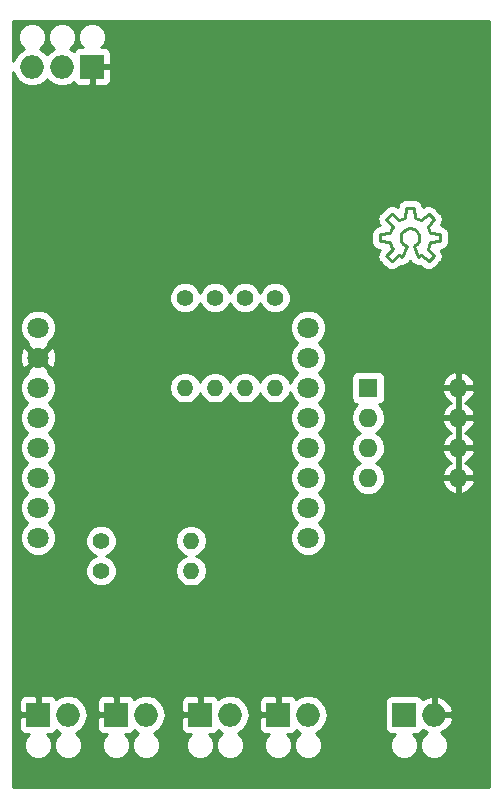
<source format=gbl>
G04 #@! TF.GenerationSoftware,KiCad,Pcbnew,5.0.2-bee76a0~70~ubuntu18.04.1*
G04 #@! TF.CreationDate,2019-04-08T15:23:50+01:00*
G04 #@! TF.ProjectId,Bump Stop,42756d70-2053-4746-9f70-2e6b69636164,rev?*
G04 #@! TF.SameCoordinates,Original*
G04 #@! TF.FileFunction,Copper,L2,Bot*
G04 #@! TF.FilePolarity,Positive*
%FSLAX46Y46*%
G04 Gerber Fmt 4.6, Leading zero omitted, Abs format (unit mm)*
G04 Created by KiCad (PCBNEW 5.0.2-bee76a0~70~ubuntu18.04.1) date Mon Apr  8 15:23:50 2019*
%MOMM*%
%LPD*%
G01*
G04 APERTURE LIST*
G04 #@! TA.AperFunction,EtchedComponent*
%ADD10C,0.254000*%
G04 #@! TD*
G04 #@! TA.AperFunction,ComponentPad*
%ADD11C,1.800000*%
G04 #@! TD*
G04 #@! TA.AperFunction,ComponentPad*
%ADD12O,1.998980X1.998980*%
G04 #@! TD*
G04 #@! TA.AperFunction,ComponentPad*
%ADD13R,1.998980X1.998980*%
G04 #@! TD*
G04 #@! TA.AperFunction,ComponentPad*
%ADD14R,1.600000X1.600000*%
G04 #@! TD*
G04 #@! TA.AperFunction,ComponentPad*
%ADD15O,1.600000X1.600000*%
G04 #@! TD*
G04 #@! TA.AperFunction,ComponentPad*
%ADD16C,1.400000*%
G04 #@! TD*
G04 #@! TA.AperFunction,ComponentPad*
%ADD17O,1.400000X1.400000*%
G04 #@! TD*
G04 #@! TA.AperFunction,Conductor*
%ADD18C,0.254000*%
G04 #@! TD*
G04 APERTURE END LIST*
D10*
G04 #@! TO.C,*
X171752260Y-96997520D02*
X172118020Y-97878900D01*
X171897040Y-96921320D02*
X171752260Y-96997520D01*
X172021500Y-96814640D02*
X171897040Y-96921320D01*
X172120560Y-96687640D02*
X172021500Y-96814640D01*
X172191680Y-96540320D02*
X172120560Y-96687640D01*
X172232320Y-96382840D02*
X172191680Y-96540320D01*
X172239940Y-96222820D02*
X172232320Y-96382840D01*
X172214540Y-96062800D02*
X172239940Y-96222820D01*
X172156120Y-95910400D02*
X172214540Y-96062800D01*
X172069760Y-95773240D02*
X172156120Y-95910400D01*
X171955460Y-95656400D02*
X172069760Y-95773240D01*
X171820840Y-95564960D02*
X171955460Y-95656400D01*
X171668440Y-95504000D02*
X171820840Y-95564960D01*
X171508420Y-95476060D02*
X171668440Y-95504000D01*
X171348400Y-95481140D02*
X171508420Y-95476060D01*
X171188380Y-95519240D02*
X171348400Y-95481140D01*
X171041060Y-95587820D02*
X171188380Y-95519240D01*
X170911520Y-95684340D02*
X171041060Y-95587820D01*
X170804840Y-95808800D02*
X170911520Y-95684340D01*
X170723560Y-95951040D02*
X170804840Y-95808800D01*
X170675300Y-96105980D02*
X170723560Y-95951040D01*
X170657520Y-96266000D02*
X170675300Y-96105980D01*
X170672760Y-96418400D02*
X170657520Y-96266000D01*
X170718480Y-96568260D02*
X170672760Y-96418400D01*
X170792140Y-96705420D02*
X170718480Y-96568260D01*
X170891200Y-96824800D02*
X170792140Y-96705420D01*
X171010580Y-96923860D02*
X170891200Y-96824800D01*
X171147740Y-96997520D02*
X171010580Y-96923860D01*
X170781980Y-97878900D02*
X171147740Y-96997520D01*
X170525440Y-97746820D02*
X170781980Y-97878900D01*
X169887900Y-98264980D02*
X170525440Y-97746820D01*
X169451020Y-97828100D02*
X169887900Y-98264980D01*
X169969180Y-97190560D02*
X169451020Y-97828100D01*
X169837100Y-96934020D02*
X169969180Y-97190560D01*
X169750740Y-96657160D02*
X169837100Y-96934020D01*
X168930320Y-96573340D02*
X169750740Y-96657160D01*
X168930320Y-95958660D02*
X168930320Y-96573340D01*
X169750740Y-95874840D02*
X168930320Y-95958660D01*
X169837100Y-95597980D02*
X169750740Y-95874840D01*
X169969180Y-95341440D02*
X169837100Y-95597980D01*
X169451020Y-94703900D02*
X169969180Y-95341440D01*
X169887900Y-94267020D02*
X169451020Y-94703900D01*
X170525440Y-94785180D02*
X169887900Y-94267020D01*
X170781980Y-94653100D02*
X170525440Y-94785180D01*
X171058840Y-94566740D02*
X170781980Y-94653100D01*
X171142660Y-93746320D02*
X171058840Y-94566740D01*
X171757340Y-93746320D02*
X171142660Y-93746320D01*
X171841160Y-94566740D02*
X171757340Y-93746320D01*
X172118020Y-94653100D02*
X171841160Y-94566740D01*
X172374560Y-94785180D02*
X172118020Y-94653100D01*
X173012100Y-94267020D02*
X172374560Y-94785180D01*
X173448980Y-94703900D02*
X173012100Y-94267020D01*
X172930820Y-95341440D02*
X173448980Y-94703900D01*
X173062900Y-95597980D02*
X172930820Y-95341440D01*
X173149260Y-95874840D02*
X173062900Y-95597980D01*
X173969680Y-95958660D02*
X173149260Y-95874840D01*
X173969680Y-96573340D02*
X173969680Y-95958660D01*
X173149260Y-96657160D02*
X173969680Y-96573340D01*
X173062900Y-96934020D02*
X173149260Y-96657160D01*
X172930820Y-97190560D02*
X173062900Y-96934020D01*
X173448980Y-97828100D02*
X172930820Y-97190560D01*
X173012100Y-98264980D02*
X173448980Y-97828100D01*
X172374560Y-97746820D02*
X173012100Y-98264980D01*
X172118020Y-97878900D02*
X172374560Y-97746820D01*
G04 #@! TD*
D11*
G04 #@! TO.P,U1,8*
G04 #@! TO.N,Net-(U1-Pad8)*
X139954000Y-121666000D03*
G04 #@! TO.P,U1,9*
G04 #@! TO.N,Net-(J2-Pad1)*
X162814000Y-121666000D03*
G04 #@! TO.P,U1,7*
G04 #@! TO.N,Net-(U1-Pad7)*
X139954000Y-119126000D03*
G04 #@! TO.P,U1,10*
G04 #@! TO.N,Net-(U1-Pad10)*
X162814000Y-119126000D03*
G04 #@! TO.P,U1,6*
G04 #@! TO.N,Net-(U1-Pad6)*
X139954000Y-116586000D03*
G04 #@! TO.P,U1,11*
G04 #@! TO.N,Net-(R6-Pad2)*
X162814000Y-116586000D03*
G04 #@! TO.P,U1,5*
G04 #@! TO.N,Net-(J3-Pad2)*
X139954000Y-114046000D03*
G04 #@! TO.P,U1,12*
G04 #@! TO.N,Net-(R5-Pad2)*
X162814000Y-114046000D03*
G04 #@! TO.P,U1,4*
G04 #@! TO.N,Net-(J5-Pad2)*
X139954000Y-111506000D03*
G04 #@! TO.P,U1,13*
G04 #@! TO.N,Net-(R2-Pad2)*
X162814000Y-111506000D03*
G04 #@! TO.P,U1,3*
G04 #@! TO.N,Net-(J1-Pad2)*
X139954000Y-108966000D03*
G04 #@! TO.P,U1,14*
G04 #@! TO.N,Net-(R1-Pad2)*
X162814000Y-108966000D03*
G04 #@! TO.P,U1,2*
G04 #@! TO.N,GND*
X139954000Y-106426000D03*
G04 #@! TO.P,U1,15*
G04 #@! TO.N,Net-(U1-Pad15)*
X162814000Y-106426000D03*
G04 #@! TO.P,U1,1*
G04 #@! TO.N,+5V*
X139954000Y-103886000D03*
G04 #@! TO.P,U1,16*
G04 #@! TO.N,+3V3*
X162814000Y-103886000D03*
G04 #@! TD*
D12*
G04 #@! TO.P,J1,3*
G04 #@! TO.N,+5V*
X139446000Y-81788000D03*
D13*
G04 #@! TO.P,J1,1*
G04 #@! TO.N,GND*
X144526000Y-81788000D03*
D12*
G04 #@! TO.P,J1,2*
G04 #@! TO.N,Net-(J1-Pad2)*
X141986000Y-81788000D03*
G04 #@! TD*
G04 #@! TO.P,J2,2*
G04 #@! TO.N,GND*
X173482000Y-136652000D03*
D13*
G04 #@! TO.P,J2,1*
G04 #@! TO.N,Net-(J2-Pad1)*
X170942000Y-136652000D03*
G04 #@! TD*
D12*
G04 #@! TO.P,J3,2*
G04 #@! TO.N,Net-(J3-Pad2)*
X142494000Y-136652000D03*
D13*
G04 #@! TO.P,J3,1*
G04 #@! TO.N,GND*
X139954000Y-136652000D03*
G04 #@! TD*
D12*
G04 #@! TO.P,J4,2*
G04 #@! TO.N,Net-(J3-Pad2)*
X149098000Y-136652000D03*
D13*
G04 #@! TO.P,J4,1*
G04 #@! TO.N,GND*
X146558000Y-136652000D03*
G04 #@! TD*
D12*
G04 #@! TO.P,J5,2*
G04 #@! TO.N,Net-(J5-Pad2)*
X156210000Y-136652000D03*
D13*
G04 #@! TO.P,J5,1*
G04 #@! TO.N,GND*
X153670000Y-136652000D03*
G04 #@! TD*
D12*
G04 #@! TO.P,J6,2*
G04 #@! TO.N,Net-(J5-Pad2)*
X162814000Y-136652000D03*
D13*
G04 #@! TO.P,J6,1*
G04 #@! TO.N,GND*
X160274000Y-136652000D03*
G04 #@! TD*
D14*
G04 #@! TO.P,SW1,1*
G04 #@! TO.N,Net-(R1-Pad2)*
X167894000Y-108966000D03*
D15*
G04 #@! TO.P,SW1,5*
G04 #@! TO.N,GND*
X175514000Y-116586000D03*
G04 #@! TO.P,SW1,2*
G04 #@! TO.N,Net-(R2-Pad2)*
X167894000Y-111506000D03*
G04 #@! TO.P,SW1,6*
G04 #@! TO.N,GND*
X175514000Y-114046000D03*
G04 #@! TO.P,SW1,3*
G04 #@! TO.N,Net-(R5-Pad2)*
X167894000Y-114046000D03*
G04 #@! TO.P,SW1,7*
G04 #@! TO.N,GND*
X175514000Y-111506000D03*
G04 #@! TO.P,SW1,4*
G04 #@! TO.N,Net-(R6-Pad2)*
X167894000Y-116586000D03*
G04 #@! TO.P,SW1,8*
G04 #@! TO.N,GND*
X175514000Y-108966000D03*
G04 #@! TD*
D16*
G04 #@! TO.P,R1,1*
G04 #@! TO.N,+3V3*
X160020000Y-101346000D03*
D17*
G04 #@! TO.P,R1,2*
G04 #@! TO.N,Net-(R1-Pad2)*
X160020000Y-108966000D03*
G04 #@! TD*
D16*
G04 #@! TO.P,R2,1*
G04 #@! TO.N,+3V3*
X157480000Y-101346000D03*
D17*
G04 #@! TO.P,R2,2*
G04 #@! TO.N,Net-(R2-Pad2)*
X157480000Y-108966000D03*
G04 #@! TD*
D16*
G04 #@! TO.P,R3,1*
G04 #@! TO.N,+3V3*
X145288000Y-121920000D03*
D17*
G04 #@! TO.P,R3,2*
G04 #@! TO.N,Net-(J3-Pad2)*
X152908000Y-121920000D03*
G04 #@! TD*
D16*
G04 #@! TO.P,R4,1*
G04 #@! TO.N,+3V3*
X145288000Y-124460000D03*
D17*
G04 #@! TO.P,R4,2*
G04 #@! TO.N,Net-(J5-Pad2)*
X152908000Y-124460000D03*
G04 #@! TD*
D16*
G04 #@! TO.P,R5,1*
G04 #@! TO.N,+3V3*
X154940000Y-101346000D03*
D17*
G04 #@! TO.P,R5,2*
G04 #@! TO.N,Net-(R5-Pad2)*
X154940000Y-108966000D03*
G04 #@! TD*
D16*
G04 #@! TO.P,R6,1*
G04 #@! TO.N,+3V3*
X152400000Y-101346000D03*
D17*
G04 #@! TO.P,R6,2*
G04 #@! TO.N,Net-(R6-Pad2)*
X152400000Y-108966000D03*
G04 #@! TD*
D18*
G04 #@! TO.N,GND*
G36*
X178106001Y-142800000D02*
X137870000Y-142800000D01*
X137870000Y-136937750D01*
X138319510Y-136937750D01*
X138319510Y-137777800D01*
X138416183Y-138011189D01*
X138594812Y-138189817D01*
X138828201Y-138286490D01*
X139183666Y-138286490D01*
X138949405Y-138520751D01*
X138769000Y-138956289D01*
X138769000Y-139427711D01*
X138949405Y-139863249D01*
X139282751Y-140196595D01*
X139718289Y-140377000D01*
X140189711Y-140377000D01*
X140625249Y-140196595D01*
X140958595Y-139863249D01*
X141139000Y-139427711D01*
X141139000Y-138956289D01*
X140958595Y-138520751D01*
X140724334Y-138286490D01*
X141079799Y-138286490D01*
X141313188Y-138189817D01*
X141491817Y-138011189D01*
X141512270Y-137961812D01*
X141839506Y-138180465D01*
X141822751Y-138187405D01*
X141489405Y-138520751D01*
X141309000Y-138956289D01*
X141309000Y-139427711D01*
X141489405Y-139863249D01*
X141822751Y-140196595D01*
X142258289Y-140377000D01*
X142729711Y-140377000D01*
X143165249Y-140196595D01*
X143498595Y-139863249D01*
X143679000Y-139427711D01*
X143679000Y-138956289D01*
X143498595Y-138520751D01*
X143165249Y-138187405D01*
X143148494Y-138180465D01*
X143672401Y-137830401D01*
X144033655Y-137289746D01*
X144103671Y-136937750D01*
X144923510Y-136937750D01*
X144923510Y-137777800D01*
X145020183Y-138011189D01*
X145198812Y-138189817D01*
X145432201Y-138286490D01*
X145787666Y-138286490D01*
X145553405Y-138520751D01*
X145373000Y-138956289D01*
X145373000Y-139427711D01*
X145553405Y-139863249D01*
X145886751Y-140196595D01*
X146322289Y-140377000D01*
X146793711Y-140377000D01*
X147229249Y-140196595D01*
X147562595Y-139863249D01*
X147743000Y-139427711D01*
X147743000Y-138956289D01*
X147562595Y-138520751D01*
X147328334Y-138286490D01*
X147683799Y-138286490D01*
X147917188Y-138189817D01*
X148095817Y-138011189D01*
X148116270Y-137961812D01*
X148443506Y-138180465D01*
X148426751Y-138187405D01*
X148093405Y-138520751D01*
X147913000Y-138956289D01*
X147913000Y-139427711D01*
X148093405Y-139863249D01*
X148426751Y-140196595D01*
X148862289Y-140377000D01*
X149333711Y-140377000D01*
X149769249Y-140196595D01*
X150102595Y-139863249D01*
X150283000Y-139427711D01*
X150283000Y-138956289D01*
X150102595Y-138520751D01*
X149769249Y-138187405D01*
X149752494Y-138180465D01*
X150276401Y-137830401D01*
X150637655Y-137289746D01*
X150707671Y-136937750D01*
X152035510Y-136937750D01*
X152035510Y-137777800D01*
X152132183Y-138011189D01*
X152310812Y-138189817D01*
X152544201Y-138286490D01*
X152899666Y-138286490D01*
X152665405Y-138520751D01*
X152485000Y-138956289D01*
X152485000Y-139427711D01*
X152665405Y-139863249D01*
X152998751Y-140196595D01*
X153434289Y-140377000D01*
X153905711Y-140377000D01*
X154341249Y-140196595D01*
X154674595Y-139863249D01*
X154855000Y-139427711D01*
X154855000Y-138956289D01*
X154674595Y-138520751D01*
X154440334Y-138286490D01*
X154795799Y-138286490D01*
X155029188Y-138189817D01*
X155207817Y-138011189D01*
X155228270Y-137961812D01*
X155555506Y-138180465D01*
X155538751Y-138187405D01*
X155205405Y-138520751D01*
X155025000Y-138956289D01*
X155025000Y-139427711D01*
X155205405Y-139863249D01*
X155538751Y-140196595D01*
X155974289Y-140377000D01*
X156445711Y-140377000D01*
X156881249Y-140196595D01*
X157214595Y-139863249D01*
X157395000Y-139427711D01*
X157395000Y-138956289D01*
X157214595Y-138520751D01*
X156881249Y-138187405D01*
X156864494Y-138180465D01*
X157388401Y-137830401D01*
X157749655Y-137289746D01*
X157819671Y-136937750D01*
X158639510Y-136937750D01*
X158639510Y-137777800D01*
X158736183Y-138011189D01*
X158914812Y-138189817D01*
X159148201Y-138286490D01*
X159503666Y-138286490D01*
X159269405Y-138520751D01*
X159089000Y-138956289D01*
X159089000Y-139427711D01*
X159269405Y-139863249D01*
X159602751Y-140196595D01*
X160038289Y-140377000D01*
X160509711Y-140377000D01*
X160945249Y-140196595D01*
X161278595Y-139863249D01*
X161459000Y-139427711D01*
X161459000Y-138956289D01*
X161278595Y-138520751D01*
X161044334Y-138286490D01*
X161399799Y-138286490D01*
X161633188Y-138189817D01*
X161811817Y-138011189D01*
X161832270Y-137961812D01*
X162159506Y-138180465D01*
X162142751Y-138187405D01*
X161809405Y-138520751D01*
X161629000Y-138956289D01*
X161629000Y-139427711D01*
X161809405Y-139863249D01*
X162142751Y-140196595D01*
X162578289Y-140377000D01*
X163049711Y-140377000D01*
X163485249Y-140196595D01*
X163818595Y-139863249D01*
X163999000Y-139427711D01*
X163999000Y-138956289D01*
X163818595Y-138520751D01*
X163485249Y-138187405D01*
X163468494Y-138180465D01*
X163992401Y-137830401D01*
X164353655Y-137289746D01*
X164480511Y-136652000D01*
X164353655Y-136014254D01*
X164111946Y-135652510D01*
X169295070Y-135652510D01*
X169295070Y-137651490D01*
X169344353Y-137899255D01*
X169484701Y-138109299D01*
X169694745Y-138249647D01*
X169942510Y-138298930D01*
X170159226Y-138298930D01*
X169937405Y-138520751D01*
X169757000Y-138956289D01*
X169757000Y-139427711D01*
X169937405Y-139863249D01*
X170270751Y-140196595D01*
X170706289Y-140377000D01*
X171177711Y-140377000D01*
X171613249Y-140196595D01*
X171946595Y-139863249D01*
X172127000Y-139427711D01*
X172127000Y-138956289D01*
X171946595Y-138520751D01*
X171724774Y-138298930D01*
X171941490Y-138298930D01*
X172189255Y-138249647D01*
X172399299Y-138109299D01*
X172502942Y-137954187D01*
X172522274Y-137975068D01*
X172901811Y-138149687D01*
X172810751Y-138187405D01*
X172477405Y-138520751D01*
X172297000Y-138956289D01*
X172297000Y-139427711D01*
X172477405Y-139863249D01*
X172810751Y-140196595D01*
X173246289Y-140377000D01*
X173717711Y-140377000D01*
X174153249Y-140196595D01*
X174486595Y-139863249D01*
X174667000Y-139427711D01*
X174667000Y-138956289D01*
X174486595Y-138520751D01*
X174153249Y-138187405D01*
X174062189Y-138149687D01*
X174441726Y-137975068D01*
X174874987Y-137507084D01*
X175071619Y-137032354D01*
X174952265Y-136779000D01*
X173609000Y-136779000D01*
X173609000Y-136799000D01*
X173355000Y-136799000D01*
X173355000Y-136779000D01*
X173335000Y-136779000D01*
X173335000Y-136525000D01*
X173355000Y-136525000D01*
X173355000Y-135181193D01*
X173609000Y-135181193D01*
X173609000Y-136525000D01*
X174952265Y-136525000D01*
X175071619Y-136271646D01*
X174874987Y-135796916D01*
X174441726Y-135328932D01*
X173862355Y-135062373D01*
X173609000Y-135181193D01*
X173355000Y-135181193D01*
X173101645Y-135062373D01*
X172522274Y-135328932D01*
X172502942Y-135349813D01*
X172399299Y-135194701D01*
X172189255Y-135054353D01*
X171941490Y-135005070D01*
X169942510Y-135005070D01*
X169694745Y-135054353D01*
X169484701Y-135194701D01*
X169344353Y-135404745D01*
X169295070Y-135652510D01*
X164111946Y-135652510D01*
X163992401Y-135473599D01*
X163451746Y-135112345D01*
X162974980Y-135017510D01*
X162653020Y-135017510D01*
X162176254Y-135112345D01*
X161832270Y-135342188D01*
X161811817Y-135292811D01*
X161633188Y-135114183D01*
X161399799Y-135017510D01*
X160559750Y-135017510D01*
X160401000Y-135176260D01*
X160401000Y-136525000D01*
X160421000Y-136525000D01*
X160421000Y-136779000D01*
X160401000Y-136779000D01*
X160401000Y-136799000D01*
X160147000Y-136799000D01*
X160147000Y-136779000D01*
X158798260Y-136779000D01*
X158639510Y-136937750D01*
X157819671Y-136937750D01*
X157876511Y-136652000D01*
X157749655Y-136014254D01*
X157423548Y-135526200D01*
X158639510Y-135526200D01*
X158639510Y-136366250D01*
X158798260Y-136525000D01*
X160147000Y-136525000D01*
X160147000Y-135176260D01*
X159988250Y-135017510D01*
X159148201Y-135017510D01*
X158914812Y-135114183D01*
X158736183Y-135292811D01*
X158639510Y-135526200D01*
X157423548Y-135526200D01*
X157388401Y-135473599D01*
X156847746Y-135112345D01*
X156370980Y-135017510D01*
X156049020Y-135017510D01*
X155572254Y-135112345D01*
X155228270Y-135342188D01*
X155207817Y-135292811D01*
X155029188Y-135114183D01*
X154795799Y-135017510D01*
X153955750Y-135017510D01*
X153797000Y-135176260D01*
X153797000Y-136525000D01*
X153817000Y-136525000D01*
X153817000Y-136779000D01*
X153797000Y-136779000D01*
X153797000Y-136799000D01*
X153543000Y-136799000D01*
X153543000Y-136779000D01*
X152194260Y-136779000D01*
X152035510Y-136937750D01*
X150707671Y-136937750D01*
X150764511Y-136652000D01*
X150637655Y-136014254D01*
X150311548Y-135526200D01*
X152035510Y-135526200D01*
X152035510Y-136366250D01*
X152194260Y-136525000D01*
X153543000Y-136525000D01*
X153543000Y-135176260D01*
X153384250Y-135017510D01*
X152544201Y-135017510D01*
X152310812Y-135114183D01*
X152132183Y-135292811D01*
X152035510Y-135526200D01*
X150311548Y-135526200D01*
X150276401Y-135473599D01*
X149735746Y-135112345D01*
X149258980Y-135017510D01*
X148937020Y-135017510D01*
X148460254Y-135112345D01*
X148116270Y-135342188D01*
X148095817Y-135292811D01*
X147917188Y-135114183D01*
X147683799Y-135017510D01*
X146843750Y-135017510D01*
X146685000Y-135176260D01*
X146685000Y-136525000D01*
X146705000Y-136525000D01*
X146705000Y-136779000D01*
X146685000Y-136779000D01*
X146685000Y-136799000D01*
X146431000Y-136799000D01*
X146431000Y-136779000D01*
X145082260Y-136779000D01*
X144923510Y-136937750D01*
X144103671Y-136937750D01*
X144160511Y-136652000D01*
X144033655Y-136014254D01*
X143707548Y-135526200D01*
X144923510Y-135526200D01*
X144923510Y-136366250D01*
X145082260Y-136525000D01*
X146431000Y-136525000D01*
X146431000Y-135176260D01*
X146272250Y-135017510D01*
X145432201Y-135017510D01*
X145198812Y-135114183D01*
X145020183Y-135292811D01*
X144923510Y-135526200D01*
X143707548Y-135526200D01*
X143672401Y-135473599D01*
X143131746Y-135112345D01*
X142654980Y-135017510D01*
X142333020Y-135017510D01*
X141856254Y-135112345D01*
X141512270Y-135342188D01*
X141491817Y-135292811D01*
X141313188Y-135114183D01*
X141079799Y-135017510D01*
X140239750Y-135017510D01*
X140081000Y-135176260D01*
X140081000Y-136525000D01*
X140101000Y-136525000D01*
X140101000Y-136779000D01*
X140081000Y-136779000D01*
X140081000Y-136799000D01*
X139827000Y-136799000D01*
X139827000Y-136779000D01*
X138478260Y-136779000D01*
X138319510Y-136937750D01*
X137870000Y-136937750D01*
X137870000Y-135526200D01*
X138319510Y-135526200D01*
X138319510Y-136366250D01*
X138478260Y-136525000D01*
X139827000Y-136525000D01*
X139827000Y-135176260D01*
X139668250Y-135017510D01*
X138828201Y-135017510D01*
X138594812Y-135114183D01*
X138416183Y-135292811D01*
X138319510Y-135526200D01*
X137870000Y-135526200D01*
X137870000Y-108660670D01*
X138419000Y-108660670D01*
X138419000Y-109271330D01*
X138652690Y-109835507D01*
X139053183Y-110236000D01*
X138652690Y-110636493D01*
X138419000Y-111200670D01*
X138419000Y-111811330D01*
X138652690Y-112375507D01*
X139053183Y-112776000D01*
X138652690Y-113176493D01*
X138419000Y-113740670D01*
X138419000Y-114351330D01*
X138652690Y-114915507D01*
X139053183Y-115316000D01*
X138652690Y-115716493D01*
X138419000Y-116280670D01*
X138419000Y-116891330D01*
X138652690Y-117455507D01*
X139053183Y-117856000D01*
X138652690Y-118256493D01*
X138419000Y-118820670D01*
X138419000Y-119431330D01*
X138652690Y-119995507D01*
X139053183Y-120396000D01*
X138652690Y-120796493D01*
X138419000Y-121360670D01*
X138419000Y-121971330D01*
X138652690Y-122535507D01*
X139084493Y-122967310D01*
X139648670Y-123201000D01*
X140259330Y-123201000D01*
X140823507Y-122967310D01*
X141255310Y-122535507D01*
X141489000Y-121971330D01*
X141489000Y-121654452D01*
X143953000Y-121654452D01*
X143953000Y-122185548D01*
X144156242Y-122676217D01*
X144531783Y-123051758D01*
X144865528Y-123190000D01*
X144531783Y-123328242D01*
X144156242Y-123703783D01*
X143953000Y-124194452D01*
X143953000Y-124725548D01*
X144156242Y-125216217D01*
X144531783Y-125591758D01*
X145022452Y-125795000D01*
X145553548Y-125795000D01*
X146044217Y-125591758D01*
X146419758Y-125216217D01*
X146623000Y-124725548D01*
X146623000Y-124194452D01*
X146419758Y-123703783D01*
X146044217Y-123328242D01*
X145710472Y-123190000D01*
X146044217Y-123051758D01*
X146419758Y-122676217D01*
X146623000Y-122185548D01*
X146623000Y-121920000D01*
X151546846Y-121920000D01*
X151650458Y-122440891D01*
X151945519Y-122882481D01*
X152387109Y-123177542D01*
X152449739Y-123190000D01*
X152387109Y-123202458D01*
X151945519Y-123497519D01*
X151650458Y-123939109D01*
X151546846Y-124460000D01*
X151650458Y-124980891D01*
X151945519Y-125422481D01*
X152387109Y-125717542D01*
X152776515Y-125795000D01*
X153039485Y-125795000D01*
X153428891Y-125717542D01*
X153870481Y-125422481D01*
X154165542Y-124980891D01*
X154269154Y-124460000D01*
X154165542Y-123939109D01*
X153870481Y-123497519D01*
X153428891Y-123202458D01*
X153366261Y-123190000D01*
X153428891Y-123177542D01*
X153870481Y-122882481D01*
X154165542Y-122440891D01*
X154269154Y-121920000D01*
X154165542Y-121399109D01*
X153870481Y-120957519D01*
X153428891Y-120662458D01*
X153039485Y-120585000D01*
X152776515Y-120585000D01*
X152387109Y-120662458D01*
X151945519Y-120957519D01*
X151650458Y-121399109D01*
X151546846Y-121920000D01*
X146623000Y-121920000D01*
X146623000Y-121654452D01*
X146419758Y-121163783D01*
X146044217Y-120788242D01*
X145553548Y-120585000D01*
X145022452Y-120585000D01*
X144531783Y-120788242D01*
X144156242Y-121163783D01*
X143953000Y-121654452D01*
X141489000Y-121654452D01*
X141489000Y-121360670D01*
X141255310Y-120796493D01*
X140854817Y-120396000D01*
X141255310Y-119995507D01*
X141489000Y-119431330D01*
X141489000Y-118820670D01*
X141255310Y-118256493D01*
X140854817Y-117856000D01*
X141255310Y-117455507D01*
X141489000Y-116891330D01*
X141489000Y-116280670D01*
X141255310Y-115716493D01*
X140854817Y-115316000D01*
X141255310Y-114915507D01*
X141489000Y-114351330D01*
X141489000Y-113740670D01*
X141255310Y-113176493D01*
X140854817Y-112776000D01*
X141255310Y-112375507D01*
X141489000Y-111811330D01*
X141489000Y-111200670D01*
X141255310Y-110636493D01*
X140854817Y-110236000D01*
X141255310Y-109835507D01*
X141489000Y-109271330D01*
X141489000Y-108966000D01*
X151038846Y-108966000D01*
X151142458Y-109486891D01*
X151437519Y-109928481D01*
X151879109Y-110223542D01*
X152268515Y-110301000D01*
X152531485Y-110301000D01*
X152920891Y-110223542D01*
X153362481Y-109928481D01*
X153657542Y-109486891D01*
X153670000Y-109424261D01*
X153682458Y-109486891D01*
X153977519Y-109928481D01*
X154419109Y-110223542D01*
X154808515Y-110301000D01*
X155071485Y-110301000D01*
X155460891Y-110223542D01*
X155902481Y-109928481D01*
X156197542Y-109486891D01*
X156210000Y-109424261D01*
X156222458Y-109486891D01*
X156517519Y-109928481D01*
X156959109Y-110223542D01*
X157348515Y-110301000D01*
X157611485Y-110301000D01*
X158000891Y-110223542D01*
X158442481Y-109928481D01*
X158737542Y-109486891D01*
X158750000Y-109424261D01*
X158762458Y-109486891D01*
X159057519Y-109928481D01*
X159499109Y-110223542D01*
X159888515Y-110301000D01*
X160151485Y-110301000D01*
X160540891Y-110223542D01*
X160982481Y-109928481D01*
X161277542Y-109486891D01*
X161306982Y-109338885D01*
X161512690Y-109835507D01*
X161913183Y-110236000D01*
X161512690Y-110636493D01*
X161279000Y-111200670D01*
X161279000Y-111811330D01*
X161512690Y-112375507D01*
X161913183Y-112776000D01*
X161512690Y-113176493D01*
X161279000Y-113740670D01*
X161279000Y-114351330D01*
X161512690Y-114915507D01*
X161913183Y-115316000D01*
X161512690Y-115716493D01*
X161279000Y-116280670D01*
X161279000Y-116891330D01*
X161512690Y-117455507D01*
X161913183Y-117856000D01*
X161512690Y-118256493D01*
X161279000Y-118820670D01*
X161279000Y-119431330D01*
X161512690Y-119995507D01*
X161913183Y-120396000D01*
X161512690Y-120796493D01*
X161279000Y-121360670D01*
X161279000Y-121971330D01*
X161512690Y-122535507D01*
X161944493Y-122967310D01*
X162508670Y-123201000D01*
X163119330Y-123201000D01*
X163683507Y-122967310D01*
X164115310Y-122535507D01*
X164349000Y-121971330D01*
X164349000Y-121360670D01*
X164115310Y-120796493D01*
X163714817Y-120396000D01*
X164115310Y-119995507D01*
X164349000Y-119431330D01*
X164349000Y-118820670D01*
X164115310Y-118256493D01*
X163714817Y-117856000D01*
X164115310Y-117455507D01*
X164349000Y-116891330D01*
X164349000Y-116280670D01*
X164115310Y-115716493D01*
X163714817Y-115316000D01*
X164115310Y-114915507D01*
X164349000Y-114351330D01*
X164349000Y-113740670D01*
X164115310Y-113176493D01*
X163714817Y-112776000D01*
X164115310Y-112375507D01*
X164349000Y-111811330D01*
X164349000Y-111506000D01*
X166430887Y-111506000D01*
X166542260Y-112065909D01*
X166859423Y-112540577D01*
X167211758Y-112776000D01*
X166859423Y-113011423D01*
X166542260Y-113486091D01*
X166430887Y-114046000D01*
X166542260Y-114605909D01*
X166859423Y-115080577D01*
X167211758Y-115316000D01*
X166859423Y-115551423D01*
X166542260Y-116026091D01*
X166430887Y-116586000D01*
X166542260Y-117145909D01*
X166859423Y-117620577D01*
X167334091Y-117937740D01*
X167752667Y-118021000D01*
X168035333Y-118021000D01*
X168453909Y-117937740D01*
X168928577Y-117620577D01*
X169245740Y-117145909D01*
X169287684Y-116935039D01*
X174122096Y-116935039D01*
X174282959Y-117323423D01*
X174658866Y-117738389D01*
X175164959Y-117977914D01*
X175387000Y-117856629D01*
X175387000Y-116713000D01*
X175641000Y-116713000D01*
X175641000Y-117856629D01*
X175863041Y-117977914D01*
X176369134Y-117738389D01*
X176745041Y-117323423D01*
X176905904Y-116935039D01*
X176783915Y-116713000D01*
X175641000Y-116713000D01*
X175387000Y-116713000D01*
X174244085Y-116713000D01*
X174122096Y-116935039D01*
X169287684Y-116935039D01*
X169357113Y-116586000D01*
X169245740Y-116026091D01*
X168928577Y-115551423D01*
X168576242Y-115316000D01*
X168928577Y-115080577D01*
X169245740Y-114605909D01*
X169287684Y-114395039D01*
X174122096Y-114395039D01*
X174282959Y-114783423D01*
X174658866Y-115198389D01*
X174907367Y-115316000D01*
X174658866Y-115433611D01*
X174282959Y-115848577D01*
X174122096Y-116236961D01*
X174244085Y-116459000D01*
X175387000Y-116459000D01*
X175387000Y-114173000D01*
X175641000Y-114173000D01*
X175641000Y-116459000D01*
X176783915Y-116459000D01*
X176905904Y-116236961D01*
X176745041Y-115848577D01*
X176369134Y-115433611D01*
X176120633Y-115316000D01*
X176369134Y-115198389D01*
X176745041Y-114783423D01*
X176905904Y-114395039D01*
X176783915Y-114173000D01*
X175641000Y-114173000D01*
X175387000Y-114173000D01*
X174244085Y-114173000D01*
X174122096Y-114395039D01*
X169287684Y-114395039D01*
X169357113Y-114046000D01*
X169245740Y-113486091D01*
X168928577Y-113011423D01*
X168576242Y-112776000D01*
X168928577Y-112540577D01*
X169245740Y-112065909D01*
X169287684Y-111855039D01*
X174122096Y-111855039D01*
X174282959Y-112243423D01*
X174658866Y-112658389D01*
X174907367Y-112776000D01*
X174658866Y-112893611D01*
X174282959Y-113308577D01*
X174122096Y-113696961D01*
X174244085Y-113919000D01*
X175387000Y-113919000D01*
X175387000Y-111633000D01*
X175641000Y-111633000D01*
X175641000Y-113919000D01*
X176783915Y-113919000D01*
X176905904Y-113696961D01*
X176745041Y-113308577D01*
X176369134Y-112893611D01*
X176120633Y-112776000D01*
X176369134Y-112658389D01*
X176745041Y-112243423D01*
X176905904Y-111855039D01*
X176783915Y-111633000D01*
X175641000Y-111633000D01*
X175387000Y-111633000D01*
X174244085Y-111633000D01*
X174122096Y-111855039D01*
X169287684Y-111855039D01*
X169357113Y-111506000D01*
X169245740Y-110946091D01*
X168928577Y-110471423D01*
X168807894Y-110390785D01*
X168941765Y-110364157D01*
X169151809Y-110223809D01*
X169292157Y-110013765D01*
X169341440Y-109766000D01*
X169341440Y-109315039D01*
X174122096Y-109315039D01*
X174282959Y-109703423D01*
X174658866Y-110118389D01*
X174907367Y-110236000D01*
X174658866Y-110353611D01*
X174282959Y-110768577D01*
X174122096Y-111156961D01*
X174244085Y-111379000D01*
X175387000Y-111379000D01*
X175387000Y-109093000D01*
X175641000Y-109093000D01*
X175641000Y-111379000D01*
X176783915Y-111379000D01*
X176905904Y-111156961D01*
X176745041Y-110768577D01*
X176369134Y-110353611D01*
X176120633Y-110236000D01*
X176369134Y-110118389D01*
X176745041Y-109703423D01*
X176905904Y-109315039D01*
X176783915Y-109093000D01*
X175641000Y-109093000D01*
X175387000Y-109093000D01*
X174244085Y-109093000D01*
X174122096Y-109315039D01*
X169341440Y-109315039D01*
X169341440Y-108616961D01*
X174122096Y-108616961D01*
X174244085Y-108839000D01*
X175387000Y-108839000D01*
X175387000Y-107695371D01*
X175641000Y-107695371D01*
X175641000Y-108839000D01*
X176783915Y-108839000D01*
X176905904Y-108616961D01*
X176745041Y-108228577D01*
X176369134Y-107813611D01*
X175863041Y-107574086D01*
X175641000Y-107695371D01*
X175387000Y-107695371D01*
X175164959Y-107574086D01*
X174658866Y-107813611D01*
X174282959Y-108228577D01*
X174122096Y-108616961D01*
X169341440Y-108616961D01*
X169341440Y-108166000D01*
X169292157Y-107918235D01*
X169151809Y-107708191D01*
X168941765Y-107567843D01*
X168694000Y-107518560D01*
X167094000Y-107518560D01*
X166846235Y-107567843D01*
X166636191Y-107708191D01*
X166495843Y-107918235D01*
X166446560Y-108166000D01*
X166446560Y-109766000D01*
X166495843Y-110013765D01*
X166636191Y-110223809D01*
X166846235Y-110364157D01*
X166980106Y-110390785D01*
X166859423Y-110471423D01*
X166542260Y-110946091D01*
X166430887Y-111506000D01*
X164349000Y-111506000D01*
X164349000Y-111200670D01*
X164115310Y-110636493D01*
X163714817Y-110236000D01*
X164115310Y-109835507D01*
X164349000Y-109271330D01*
X164349000Y-108660670D01*
X164115310Y-108096493D01*
X163714817Y-107696000D01*
X164115310Y-107295507D01*
X164349000Y-106731330D01*
X164349000Y-106120670D01*
X164115310Y-105556493D01*
X163714817Y-105156000D01*
X164115310Y-104755507D01*
X164349000Y-104191330D01*
X164349000Y-103580670D01*
X164115310Y-103016493D01*
X163683507Y-102584690D01*
X163119330Y-102351000D01*
X162508670Y-102351000D01*
X161944493Y-102584690D01*
X161512690Y-103016493D01*
X161279000Y-103580670D01*
X161279000Y-104191330D01*
X161512690Y-104755507D01*
X161913183Y-105156000D01*
X161512690Y-105556493D01*
X161279000Y-106120670D01*
X161279000Y-106731330D01*
X161512690Y-107295507D01*
X161913183Y-107696000D01*
X161512690Y-108096493D01*
X161306982Y-108593115D01*
X161277542Y-108445109D01*
X160982481Y-108003519D01*
X160540891Y-107708458D01*
X160151485Y-107631000D01*
X159888515Y-107631000D01*
X159499109Y-107708458D01*
X159057519Y-108003519D01*
X158762458Y-108445109D01*
X158750000Y-108507739D01*
X158737542Y-108445109D01*
X158442481Y-108003519D01*
X158000891Y-107708458D01*
X157611485Y-107631000D01*
X157348515Y-107631000D01*
X156959109Y-107708458D01*
X156517519Y-108003519D01*
X156222458Y-108445109D01*
X156210000Y-108507739D01*
X156197542Y-108445109D01*
X155902481Y-108003519D01*
X155460891Y-107708458D01*
X155071485Y-107631000D01*
X154808515Y-107631000D01*
X154419109Y-107708458D01*
X153977519Y-108003519D01*
X153682458Y-108445109D01*
X153670000Y-108507739D01*
X153657542Y-108445109D01*
X153362481Y-108003519D01*
X152920891Y-107708458D01*
X152531485Y-107631000D01*
X152268515Y-107631000D01*
X151879109Y-107708458D01*
X151437519Y-108003519D01*
X151142458Y-108445109D01*
X151038846Y-108966000D01*
X141489000Y-108966000D01*
X141489000Y-108660670D01*
X141255310Y-108096493D01*
X140823507Y-107664690D01*
X140803885Y-107656562D01*
X140854554Y-107506159D01*
X139954000Y-106605605D01*
X139053446Y-107506159D01*
X139104115Y-107656562D01*
X139084493Y-107664690D01*
X138652690Y-108096493D01*
X138419000Y-108660670D01*
X137870000Y-108660670D01*
X137870000Y-106185336D01*
X138407542Y-106185336D01*
X138433161Y-106795460D01*
X138617357Y-107240148D01*
X138873841Y-107326554D01*
X139774395Y-106426000D01*
X140133605Y-106426000D01*
X141034159Y-107326554D01*
X141290643Y-107240148D01*
X141500458Y-106666664D01*
X141474839Y-106056540D01*
X141290643Y-105611852D01*
X141034159Y-105525446D01*
X140133605Y-106426000D01*
X139774395Y-106426000D01*
X138873841Y-105525446D01*
X138617357Y-105611852D01*
X138407542Y-106185336D01*
X137870000Y-106185336D01*
X137870000Y-103580670D01*
X138419000Y-103580670D01*
X138419000Y-104191330D01*
X138652690Y-104755507D01*
X139084493Y-105187310D01*
X139104115Y-105195438D01*
X139053446Y-105345841D01*
X139954000Y-106246395D01*
X140854554Y-105345841D01*
X140803885Y-105195438D01*
X140823507Y-105187310D01*
X141255310Y-104755507D01*
X141489000Y-104191330D01*
X141489000Y-103580670D01*
X141255310Y-103016493D01*
X140823507Y-102584690D01*
X140259330Y-102351000D01*
X139648670Y-102351000D01*
X139084493Y-102584690D01*
X138652690Y-103016493D01*
X138419000Y-103580670D01*
X137870000Y-103580670D01*
X137870000Y-101080452D01*
X151065000Y-101080452D01*
X151065000Y-101611548D01*
X151268242Y-102102217D01*
X151643783Y-102477758D01*
X152134452Y-102681000D01*
X152665548Y-102681000D01*
X153156217Y-102477758D01*
X153531758Y-102102217D01*
X153670000Y-101768472D01*
X153808242Y-102102217D01*
X154183783Y-102477758D01*
X154674452Y-102681000D01*
X155205548Y-102681000D01*
X155696217Y-102477758D01*
X156071758Y-102102217D01*
X156210000Y-101768472D01*
X156348242Y-102102217D01*
X156723783Y-102477758D01*
X157214452Y-102681000D01*
X157745548Y-102681000D01*
X158236217Y-102477758D01*
X158611758Y-102102217D01*
X158750000Y-101768472D01*
X158888242Y-102102217D01*
X159263783Y-102477758D01*
X159754452Y-102681000D01*
X160285548Y-102681000D01*
X160776217Y-102477758D01*
X161151758Y-102102217D01*
X161355000Y-101611548D01*
X161355000Y-101080452D01*
X161151758Y-100589783D01*
X160776217Y-100214242D01*
X160285548Y-100011000D01*
X159754452Y-100011000D01*
X159263783Y-100214242D01*
X158888242Y-100589783D01*
X158750000Y-100923528D01*
X158611758Y-100589783D01*
X158236217Y-100214242D01*
X157745548Y-100011000D01*
X157214452Y-100011000D01*
X156723783Y-100214242D01*
X156348242Y-100589783D01*
X156210000Y-100923528D01*
X156071758Y-100589783D01*
X155696217Y-100214242D01*
X155205548Y-100011000D01*
X154674452Y-100011000D01*
X154183783Y-100214242D01*
X153808242Y-100589783D01*
X153670000Y-100923528D01*
X153531758Y-100589783D01*
X153156217Y-100214242D01*
X152665548Y-100011000D01*
X152134452Y-100011000D01*
X151643783Y-100214242D01*
X151268242Y-100589783D01*
X151065000Y-101080452D01*
X137870000Y-101080452D01*
X137870000Y-96037625D01*
X168157416Y-96037625D01*
X168168320Y-96073105D01*
X168168320Y-96458895D01*
X168157416Y-96494375D01*
X168168320Y-96609374D01*
X168168320Y-96648388D01*
X168175389Y-96683926D01*
X168186031Y-96796162D01*
X168204736Y-96831466D01*
X168212532Y-96870657D01*
X168275171Y-96964403D01*
X168327957Y-97064029D01*
X168358752Y-97089490D01*
X168380950Y-97122711D01*
X168474694Y-97185349D01*
X168561589Y-97257192D01*
X168599782Y-97268930D01*
X168633004Y-97291128D01*
X168743585Y-97313124D01*
X168778213Y-97323766D01*
X168817016Y-97327730D01*
X168862820Y-97336841D01*
X168837231Y-97375138D01*
X168812360Y-97405739D01*
X168795634Y-97437393D01*
X168733233Y-97530783D01*
X168725353Y-97570398D01*
X168706483Y-97606109D01*
X168696006Y-97717938D01*
X168674093Y-97828100D01*
X168681973Y-97867714D01*
X168678205Y-97907929D01*
X168711321Y-98015257D01*
X168733233Y-98125417D01*
X168755672Y-98159000D01*
X168767581Y-98197596D01*
X168839248Y-98284080D01*
X168859138Y-98313848D01*
X168887023Y-98341733D01*
X168961005Y-98431011D01*
X168993440Y-98448150D01*
X169267850Y-98722560D01*
X169284989Y-98754995D01*
X169374267Y-98828977D01*
X169402152Y-98856862D01*
X169431920Y-98876753D01*
X169518404Y-98948419D01*
X169556999Y-98960327D01*
X169590582Y-98982767D01*
X169700747Y-99004680D01*
X169808071Y-99037795D01*
X169848283Y-99034028D01*
X169887900Y-99041908D01*
X169998069Y-99019994D01*
X170109891Y-99009517D01*
X170145601Y-98990647D01*
X170185218Y-98982767D01*
X170278610Y-98920365D01*
X170310261Y-98903640D01*
X170340861Y-98878770D01*
X170437271Y-98814351D01*
X170457653Y-98783848D01*
X170644330Y-98632126D01*
X170717754Y-98653168D01*
X170749819Y-98649510D01*
X170781468Y-98655827D01*
X170899448Y-98632440D01*
X171018943Y-98618808D01*
X171047166Y-98603158D01*
X171078824Y-98596883D01*
X171178877Y-98530125D01*
X171284057Y-98471803D01*
X171304142Y-98446545D01*
X171330989Y-98428632D01*
X171397875Y-98328672D01*
X171450000Y-98263123D01*
X171502125Y-98328672D01*
X171569011Y-98428632D01*
X171595858Y-98446545D01*
X171615943Y-98471803D01*
X171721121Y-98530124D01*
X171821175Y-98596883D01*
X171852833Y-98603158D01*
X171881056Y-98618808D01*
X172000552Y-98632440D01*
X172118532Y-98655827D01*
X172150180Y-98649510D01*
X172182244Y-98653168D01*
X172255669Y-98632125D01*
X172442348Y-98783849D01*
X172462729Y-98814351D01*
X172559132Y-98878765D01*
X172589738Y-98903640D01*
X172621398Y-98920370D01*
X172714783Y-98982767D01*
X172754394Y-98990646D01*
X172790108Y-99009518D01*
X172901948Y-99019996D01*
X173012100Y-99041907D01*
X173051711Y-99034028D01*
X173091929Y-99037796D01*
X173199264Y-99004678D01*
X173309417Y-98982767D01*
X173342999Y-98960328D01*
X173381597Y-98948419D01*
X173468084Y-98876750D01*
X173497848Y-98856862D01*
X173525731Y-98828979D01*
X173615011Y-98754995D01*
X173632150Y-98722560D01*
X173906560Y-98448150D01*
X173938995Y-98431011D01*
X174012979Y-98341731D01*
X174040862Y-98313848D01*
X174060750Y-98284083D01*
X174132419Y-98197597D01*
X174144328Y-98159000D01*
X174166767Y-98125418D01*
X174188679Y-98015260D01*
X174221796Y-97907929D01*
X174218028Y-97867714D01*
X174225908Y-97828100D01*
X174203996Y-97717941D01*
X174193518Y-97606108D01*
X174174647Y-97570394D01*
X174166767Y-97530782D01*
X174104368Y-97437395D01*
X174087640Y-97405738D01*
X174062767Y-97375134D01*
X174037180Y-97336841D01*
X174082984Y-97327730D01*
X174121787Y-97323766D01*
X174156415Y-97313124D01*
X174266996Y-97291128D01*
X174300218Y-97268930D01*
X174338412Y-97257192D01*
X174425304Y-97185350D01*
X174519051Y-97122711D01*
X174541251Y-97089487D01*
X174572043Y-97064028D01*
X174624826Y-96964408D01*
X174687468Y-96870657D01*
X174695264Y-96831466D01*
X174713969Y-96796162D01*
X174724611Y-96683926D01*
X174731680Y-96648388D01*
X174731680Y-96609374D01*
X174742584Y-96494375D01*
X174731680Y-96458895D01*
X174731680Y-96073105D01*
X174742584Y-96037625D01*
X174731680Y-95922626D01*
X174731680Y-95883612D01*
X174724611Y-95848074D01*
X174713969Y-95735838D01*
X174695264Y-95700534D01*
X174687468Y-95661343D01*
X174624826Y-95567592D01*
X174572043Y-95467972D01*
X174541251Y-95442513D01*
X174519051Y-95409289D01*
X174425303Y-95346648D01*
X174338412Y-95274808D01*
X174300219Y-95263071D01*
X174266997Y-95240872D01*
X174156414Y-95218876D01*
X174121787Y-95208234D01*
X174082985Y-95204270D01*
X174037180Y-95195159D01*
X174062767Y-95156866D01*
X174087640Y-95126262D01*
X174104368Y-95094605D01*
X174166767Y-95001218D01*
X174174647Y-94961606D01*
X174193518Y-94925892D01*
X174203996Y-94814059D01*
X174225908Y-94703900D01*
X174218028Y-94664286D01*
X174221796Y-94624071D01*
X174188679Y-94516740D01*
X174166767Y-94406582D01*
X174144328Y-94373000D01*
X174132419Y-94334403D01*
X174060750Y-94247917D01*
X174040862Y-94218152D01*
X174012979Y-94190269D01*
X173938995Y-94100989D01*
X173906560Y-94083850D01*
X173632150Y-93809440D01*
X173615011Y-93777005D01*
X173525731Y-93703021D01*
X173497848Y-93675138D01*
X173468084Y-93655250D01*
X173381597Y-93583581D01*
X173342999Y-93571672D01*
X173309417Y-93549233D01*
X173199264Y-93527322D01*
X173091929Y-93494204D01*
X173051711Y-93497972D01*
X173012100Y-93490093D01*
X172901948Y-93512004D01*
X172790108Y-93522482D01*
X172754394Y-93541354D01*
X172714783Y-93549233D01*
X172621398Y-93611630D01*
X172589738Y-93628360D01*
X172559132Y-93653235D01*
X172520841Y-93678820D01*
X172511730Y-93633015D01*
X172507766Y-93594213D01*
X172497124Y-93559587D01*
X172475128Y-93449003D01*
X172452929Y-93415780D01*
X172441192Y-93377589D01*
X172369352Y-93290698D01*
X172306711Y-93196949D01*
X172273489Y-93174750D01*
X172248029Y-93143957D01*
X172148406Y-93091173D01*
X172054657Y-93028532D01*
X172015466Y-93020736D01*
X171980162Y-93002031D01*
X171867926Y-92991389D01*
X171832388Y-92984320D01*
X171793374Y-92984320D01*
X171678375Y-92973416D01*
X171642895Y-92984320D01*
X171257105Y-92984320D01*
X171221625Y-92973416D01*
X171106626Y-92984320D01*
X171067612Y-92984320D01*
X171032074Y-92991389D01*
X170919838Y-93002031D01*
X170884534Y-93020736D01*
X170845343Y-93028532D01*
X170751592Y-93091174D01*
X170651972Y-93143957D01*
X170626513Y-93174749D01*
X170593289Y-93196949D01*
X170530648Y-93290697D01*
X170458808Y-93377588D01*
X170447071Y-93415781D01*
X170424872Y-93449003D01*
X170402876Y-93559586D01*
X170392234Y-93594213D01*
X170388270Y-93633015D01*
X170379159Y-93678820D01*
X170340861Y-93653230D01*
X170310261Y-93628360D01*
X170278610Y-93611635D01*
X170185218Y-93549233D01*
X170145601Y-93541353D01*
X170109891Y-93522483D01*
X169998069Y-93512006D01*
X169887900Y-93490092D01*
X169848283Y-93497972D01*
X169808071Y-93494205D01*
X169700747Y-93527320D01*
X169590582Y-93549233D01*
X169556999Y-93571673D01*
X169518404Y-93583581D01*
X169431920Y-93655247D01*
X169402152Y-93675138D01*
X169374267Y-93703023D01*
X169284989Y-93777005D01*
X169267850Y-93809440D01*
X168993440Y-94083850D01*
X168961005Y-94100989D01*
X168887023Y-94190267D01*
X168859138Y-94218152D01*
X168839248Y-94247920D01*
X168767581Y-94334404D01*
X168755672Y-94373000D01*
X168733233Y-94406583D01*
X168711321Y-94516743D01*
X168678205Y-94624071D01*
X168681973Y-94664286D01*
X168674093Y-94703900D01*
X168696006Y-94814062D01*
X168706483Y-94925891D01*
X168725353Y-94961602D01*
X168733233Y-95001217D01*
X168795634Y-95094607D01*
X168812360Y-95126261D01*
X168837231Y-95156862D01*
X168862820Y-95195159D01*
X168817015Y-95204270D01*
X168778213Y-95208234D01*
X168743587Y-95218876D01*
X168633003Y-95240872D01*
X168599780Y-95263071D01*
X168561589Y-95274808D01*
X168474698Y-95346648D01*
X168380949Y-95409289D01*
X168358751Y-95442511D01*
X168327957Y-95467971D01*
X168275171Y-95567597D01*
X168212532Y-95661344D01*
X168204737Y-95700533D01*
X168186031Y-95735838D01*
X168175389Y-95848076D01*
X168168320Y-95883613D01*
X168168320Y-95922626D01*
X168157416Y-96037625D01*
X137870000Y-96037625D01*
X137870000Y-82243028D01*
X137906345Y-82425746D01*
X138267599Y-82966401D01*
X138808254Y-83327655D01*
X139285020Y-83422490D01*
X139606980Y-83422490D01*
X140083746Y-83327655D01*
X140624401Y-82966401D01*
X140716000Y-82829313D01*
X140807599Y-82966401D01*
X141348254Y-83327655D01*
X141825020Y-83422490D01*
X142146980Y-83422490D01*
X142623746Y-83327655D01*
X142967730Y-83097812D01*
X142988183Y-83147189D01*
X143166812Y-83325817D01*
X143400201Y-83422490D01*
X144240250Y-83422490D01*
X144399000Y-83263740D01*
X144399000Y-81915000D01*
X144653000Y-81915000D01*
X144653000Y-83263740D01*
X144811750Y-83422490D01*
X145651799Y-83422490D01*
X145885188Y-83325817D01*
X146063817Y-83147189D01*
X146160490Y-82913800D01*
X146160490Y-82073750D01*
X146001740Y-81915000D01*
X144653000Y-81915000D01*
X144399000Y-81915000D01*
X144379000Y-81915000D01*
X144379000Y-81661000D01*
X144399000Y-81661000D01*
X144399000Y-81641000D01*
X144653000Y-81641000D01*
X144653000Y-81661000D01*
X146001740Y-81661000D01*
X146160490Y-81502250D01*
X146160490Y-80662200D01*
X146063817Y-80428811D01*
X145885188Y-80250183D01*
X145651799Y-80153510D01*
X145296334Y-80153510D01*
X145530595Y-79919249D01*
X145711000Y-79483711D01*
X145711000Y-79012289D01*
X145530595Y-78576751D01*
X145197249Y-78243405D01*
X144761711Y-78063000D01*
X144290289Y-78063000D01*
X143854751Y-78243405D01*
X143521405Y-78576751D01*
X143341000Y-79012289D01*
X143341000Y-79483711D01*
X143521405Y-79919249D01*
X143755666Y-80153510D01*
X143400201Y-80153510D01*
X143166812Y-80250183D01*
X142988183Y-80428811D01*
X142967730Y-80478188D01*
X142640494Y-80259535D01*
X142657249Y-80252595D01*
X142990595Y-79919249D01*
X143171000Y-79483711D01*
X143171000Y-79012289D01*
X142990595Y-78576751D01*
X142657249Y-78243405D01*
X142221711Y-78063000D01*
X141750289Y-78063000D01*
X141314751Y-78243405D01*
X140981405Y-78576751D01*
X140801000Y-79012289D01*
X140801000Y-79483711D01*
X140981405Y-79919249D01*
X141314751Y-80252595D01*
X141331506Y-80259535D01*
X140807599Y-80609599D01*
X140716000Y-80746687D01*
X140624401Y-80609599D01*
X140100494Y-80259535D01*
X140117249Y-80252595D01*
X140450595Y-79919249D01*
X140631000Y-79483711D01*
X140631000Y-79012289D01*
X140450595Y-78576751D01*
X140117249Y-78243405D01*
X139681711Y-78063000D01*
X139210289Y-78063000D01*
X138774751Y-78243405D01*
X138441405Y-78576751D01*
X138261000Y-79012289D01*
X138261000Y-79483711D01*
X138441405Y-79919249D01*
X138774751Y-80252595D01*
X138791506Y-80259535D01*
X138267599Y-80609599D01*
X137906345Y-81150254D01*
X137870000Y-81332972D01*
X137870000Y-77926000D01*
X178106000Y-77926000D01*
X178106001Y-142800000D01*
X178106001Y-142800000D01*
G37*
X178106001Y-142800000D02*
X137870000Y-142800000D01*
X137870000Y-136937750D01*
X138319510Y-136937750D01*
X138319510Y-137777800D01*
X138416183Y-138011189D01*
X138594812Y-138189817D01*
X138828201Y-138286490D01*
X139183666Y-138286490D01*
X138949405Y-138520751D01*
X138769000Y-138956289D01*
X138769000Y-139427711D01*
X138949405Y-139863249D01*
X139282751Y-140196595D01*
X139718289Y-140377000D01*
X140189711Y-140377000D01*
X140625249Y-140196595D01*
X140958595Y-139863249D01*
X141139000Y-139427711D01*
X141139000Y-138956289D01*
X140958595Y-138520751D01*
X140724334Y-138286490D01*
X141079799Y-138286490D01*
X141313188Y-138189817D01*
X141491817Y-138011189D01*
X141512270Y-137961812D01*
X141839506Y-138180465D01*
X141822751Y-138187405D01*
X141489405Y-138520751D01*
X141309000Y-138956289D01*
X141309000Y-139427711D01*
X141489405Y-139863249D01*
X141822751Y-140196595D01*
X142258289Y-140377000D01*
X142729711Y-140377000D01*
X143165249Y-140196595D01*
X143498595Y-139863249D01*
X143679000Y-139427711D01*
X143679000Y-138956289D01*
X143498595Y-138520751D01*
X143165249Y-138187405D01*
X143148494Y-138180465D01*
X143672401Y-137830401D01*
X144033655Y-137289746D01*
X144103671Y-136937750D01*
X144923510Y-136937750D01*
X144923510Y-137777800D01*
X145020183Y-138011189D01*
X145198812Y-138189817D01*
X145432201Y-138286490D01*
X145787666Y-138286490D01*
X145553405Y-138520751D01*
X145373000Y-138956289D01*
X145373000Y-139427711D01*
X145553405Y-139863249D01*
X145886751Y-140196595D01*
X146322289Y-140377000D01*
X146793711Y-140377000D01*
X147229249Y-140196595D01*
X147562595Y-139863249D01*
X147743000Y-139427711D01*
X147743000Y-138956289D01*
X147562595Y-138520751D01*
X147328334Y-138286490D01*
X147683799Y-138286490D01*
X147917188Y-138189817D01*
X148095817Y-138011189D01*
X148116270Y-137961812D01*
X148443506Y-138180465D01*
X148426751Y-138187405D01*
X148093405Y-138520751D01*
X147913000Y-138956289D01*
X147913000Y-139427711D01*
X148093405Y-139863249D01*
X148426751Y-140196595D01*
X148862289Y-140377000D01*
X149333711Y-140377000D01*
X149769249Y-140196595D01*
X150102595Y-139863249D01*
X150283000Y-139427711D01*
X150283000Y-138956289D01*
X150102595Y-138520751D01*
X149769249Y-138187405D01*
X149752494Y-138180465D01*
X150276401Y-137830401D01*
X150637655Y-137289746D01*
X150707671Y-136937750D01*
X152035510Y-136937750D01*
X152035510Y-137777800D01*
X152132183Y-138011189D01*
X152310812Y-138189817D01*
X152544201Y-138286490D01*
X152899666Y-138286490D01*
X152665405Y-138520751D01*
X152485000Y-138956289D01*
X152485000Y-139427711D01*
X152665405Y-139863249D01*
X152998751Y-140196595D01*
X153434289Y-140377000D01*
X153905711Y-140377000D01*
X154341249Y-140196595D01*
X154674595Y-139863249D01*
X154855000Y-139427711D01*
X154855000Y-138956289D01*
X154674595Y-138520751D01*
X154440334Y-138286490D01*
X154795799Y-138286490D01*
X155029188Y-138189817D01*
X155207817Y-138011189D01*
X155228270Y-137961812D01*
X155555506Y-138180465D01*
X155538751Y-138187405D01*
X155205405Y-138520751D01*
X155025000Y-138956289D01*
X155025000Y-139427711D01*
X155205405Y-139863249D01*
X155538751Y-140196595D01*
X155974289Y-140377000D01*
X156445711Y-140377000D01*
X156881249Y-140196595D01*
X157214595Y-139863249D01*
X157395000Y-139427711D01*
X157395000Y-138956289D01*
X157214595Y-138520751D01*
X156881249Y-138187405D01*
X156864494Y-138180465D01*
X157388401Y-137830401D01*
X157749655Y-137289746D01*
X157819671Y-136937750D01*
X158639510Y-136937750D01*
X158639510Y-137777800D01*
X158736183Y-138011189D01*
X158914812Y-138189817D01*
X159148201Y-138286490D01*
X159503666Y-138286490D01*
X159269405Y-138520751D01*
X159089000Y-138956289D01*
X159089000Y-139427711D01*
X159269405Y-139863249D01*
X159602751Y-140196595D01*
X160038289Y-140377000D01*
X160509711Y-140377000D01*
X160945249Y-140196595D01*
X161278595Y-139863249D01*
X161459000Y-139427711D01*
X161459000Y-138956289D01*
X161278595Y-138520751D01*
X161044334Y-138286490D01*
X161399799Y-138286490D01*
X161633188Y-138189817D01*
X161811817Y-138011189D01*
X161832270Y-137961812D01*
X162159506Y-138180465D01*
X162142751Y-138187405D01*
X161809405Y-138520751D01*
X161629000Y-138956289D01*
X161629000Y-139427711D01*
X161809405Y-139863249D01*
X162142751Y-140196595D01*
X162578289Y-140377000D01*
X163049711Y-140377000D01*
X163485249Y-140196595D01*
X163818595Y-139863249D01*
X163999000Y-139427711D01*
X163999000Y-138956289D01*
X163818595Y-138520751D01*
X163485249Y-138187405D01*
X163468494Y-138180465D01*
X163992401Y-137830401D01*
X164353655Y-137289746D01*
X164480511Y-136652000D01*
X164353655Y-136014254D01*
X164111946Y-135652510D01*
X169295070Y-135652510D01*
X169295070Y-137651490D01*
X169344353Y-137899255D01*
X169484701Y-138109299D01*
X169694745Y-138249647D01*
X169942510Y-138298930D01*
X170159226Y-138298930D01*
X169937405Y-138520751D01*
X169757000Y-138956289D01*
X169757000Y-139427711D01*
X169937405Y-139863249D01*
X170270751Y-140196595D01*
X170706289Y-140377000D01*
X171177711Y-140377000D01*
X171613249Y-140196595D01*
X171946595Y-139863249D01*
X172127000Y-139427711D01*
X172127000Y-138956289D01*
X171946595Y-138520751D01*
X171724774Y-138298930D01*
X171941490Y-138298930D01*
X172189255Y-138249647D01*
X172399299Y-138109299D01*
X172502942Y-137954187D01*
X172522274Y-137975068D01*
X172901811Y-138149687D01*
X172810751Y-138187405D01*
X172477405Y-138520751D01*
X172297000Y-138956289D01*
X172297000Y-139427711D01*
X172477405Y-139863249D01*
X172810751Y-140196595D01*
X173246289Y-140377000D01*
X173717711Y-140377000D01*
X174153249Y-140196595D01*
X174486595Y-139863249D01*
X174667000Y-139427711D01*
X174667000Y-138956289D01*
X174486595Y-138520751D01*
X174153249Y-138187405D01*
X174062189Y-138149687D01*
X174441726Y-137975068D01*
X174874987Y-137507084D01*
X175071619Y-137032354D01*
X174952265Y-136779000D01*
X173609000Y-136779000D01*
X173609000Y-136799000D01*
X173355000Y-136799000D01*
X173355000Y-136779000D01*
X173335000Y-136779000D01*
X173335000Y-136525000D01*
X173355000Y-136525000D01*
X173355000Y-135181193D01*
X173609000Y-135181193D01*
X173609000Y-136525000D01*
X174952265Y-136525000D01*
X175071619Y-136271646D01*
X174874987Y-135796916D01*
X174441726Y-135328932D01*
X173862355Y-135062373D01*
X173609000Y-135181193D01*
X173355000Y-135181193D01*
X173101645Y-135062373D01*
X172522274Y-135328932D01*
X172502942Y-135349813D01*
X172399299Y-135194701D01*
X172189255Y-135054353D01*
X171941490Y-135005070D01*
X169942510Y-135005070D01*
X169694745Y-135054353D01*
X169484701Y-135194701D01*
X169344353Y-135404745D01*
X169295070Y-135652510D01*
X164111946Y-135652510D01*
X163992401Y-135473599D01*
X163451746Y-135112345D01*
X162974980Y-135017510D01*
X162653020Y-135017510D01*
X162176254Y-135112345D01*
X161832270Y-135342188D01*
X161811817Y-135292811D01*
X161633188Y-135114183D01*
X161399799Y-135017510D01*
X160559750Y-135017510D01*
X160401000Y-135176260D01*
X160401000Y-136525000D01*
X160421000Y-136525000D01*
X160421000Y-136779000D01*
X160401000Y-136779000D01*
X160401000Y-136799000D01*
X160147000Y-136799000D01*
X160147000Y-136779000D01*
X158798260Y-136779000D01*
X158639510Y-136937750D01*
X157819671Y-136937750D01*
X157876511Y-136652000D01*
X157749655Y-136014254D01*
X157423548Y-135526200D01*
X158639510Y-135526200D01*
X158639510Y-136366250D01*
X158798260Y-136525000D01*
X160147000Y-136525000D01*
X160147000Y-135176260D01*
X159988250Y-135017510D01*
X159148201Y-135017510D01*
X158914812Y-135114183D01*
X158736183Y-135292811D01*
X158639510Y-135526200D01*
X157423548Y-135526200D01*
X157388401Y-135473599D01*
X156847746Y-135112345D01*
X156370980Y-135017510D01*
X156049020Y-135017510D01*
X155572254Y-135112345D01*
X155228270Y-135342188D01*
X155207817Y-135292811D01*
X155029188Y-135114183D01*
X154795799Y-135017510D01*
X153955750Y-135017510D01*
X153797000Y-135176260D01*
X153797000Y-136525000D01*
X153817000Y-136525000D01*
X153817000Y-136779000D01*
X153797000Y-136779000D01*
X153797000Y-136799000D01*
X153543000Y-136799000D01*
X153543000Y-136779000D01*
X152194260Y-136779000D01*
X152035510Y-136937750D01*
X150707671Y-136937750D01*
X150764511Y-136652000D01*
X150637655Y-136014254D01*
X150311548Y-135526200D01*
X152035510Y-135526200D01*
X152035510Y-136366250D01*
X152194260Y-136525000D01*
X153543000Y-136525000D01*
X153543000Y-135176260D01*
X153384250Y-135017510D01*
X152544201Y-135017510D01*
X152310812Y-135114183D01*
X152132183Y-135292811D01*
X152035510Y-135526200D01*
X150311548Y-135526200D01*
X150276401Y-135473599D01*
X149735746Y-135112345D01*
X149258980Y-135017510D01*
X148937020Y-135017510D01*
X148460254Y-135112345D01*
X148116270Y-135342188D01*
X148095817Y-135292811D01*
X147917188Y-135114183D01*
X147683799Y-135017510D01*
X146843750Y-135017510D01*
X146685000Y-135176260D01*
X146685000Y-136525000D01*
X146705000Y-136525000D01*
X146705000Y-136779000D01*
X146685000Y-136779000D01*
X146685000Y-136799000D01*
X146431000Y-136799000D01*
X146431000Y-136779000D01*
X145082260Y-136779000D01*
X144923510Y-136937750D01*
X144103671Y-136937750D01*
X144160511Y-136652000D01*
X144033655Y-136014254D01*
X143707548Y-135526200D01*
X144923510Y-135526200D01*
X144923510Y-136366250D01*
X145082260Y-136525000D01*
X146431000Y-136525000D01*
X146431000Y-135176260D01*
X146272250Y-135017510D01*
X145432201Y-135017510D01*
X145198812Y-135114183D01*
X145020183Y-135292811D01*
X144923510Y-135526200D01*
X143707548Y-135526200D01*
X143672401Y-135473599D01*
X143131746Y-135112345D01*
X142654980Y-135017510D01*
X142333020Y-135017510D01*
X141856254Y-135112345D01*
X141512270Y-135342188D01*
X141491817Y-135292811D01*
X141313188Y-135114183D01*
X141079799Y-135017510D01*
X140239750Y-135017510D01*
X140081000Y-135176260D01*
X140081000Y-136525000D01*
X140101000Y-136525000D01*
X140101000Y-136779000D01*
X140081000Y-136779000D01*
X140081000Y-136799000D01*
X139827000Y-136799000D01*
X139827000Y-136779000D01*
X138478260Y-136779000D01*
X138319510Y-136937750D01*
X137870000Y-136937750D01*
X137870000Y-135526200D01*
X138319510Y-135526200D01*
X138319510Y-136366250D01*
X138478260Y-136525000D01*
X139827000Y-136525000D01*
X139827000Y-135176260D01*
X139668250Y-135017510D01*
X138828201Y-135017510D01*
X138594812Y-135114183D01*
X138416183Y-135292811D01*
X138319510Y-135526200D01*
X137870000Y-135526200D01*
X137870000Y-108660670D01*
X138419000Y-108660670D01*
X138419000Y-109271330D01*
X138652690Y-109835507D01*
X139053183Y-110236000D01*
X138652690Y-110636493D01*
X138419000Y-111200670D01*
X138419000Y-111811330D01*
X138652690Y-112375507D01*
X139053183Y-112776000D01*
X138652690Y-113176493D01*
X138419000Y-113740670D01*
X138419000Y-114351330D01*
X138652690Y-114915507D01*
X139053183Y-115316000D01*
X138652690Y-115716493D01*
X138419000Y-116280670D01*
X138419000Y-116891330D01*
X138652690Y-117455507D01*
X139053183Y-117856000D01*
X138652690Y-118256493D01*
X138419000Y-118820670D01*
X138419000Y-119431330D01*
X138652690Y-119995507D01*
X139053183Y-120396000D01*
X138652690Y-120796493D01*
X138419000Y-121360670D01*
X138419000Y-121971330D01*
X138652690Y-122535507D01*
X139084493Y-122967310D01*
X139648670Y-123201000D01*
X140259330Y-123201000D01*
X140823507Y-122967310D01*
X141255310Y-122535507D01*
X141489000Y-121971330D01*
X141489000Y-121654452D01*
X143953000Y-121654452D01*
X143953000Y-122185548D01*
X144156242Y-122676217D01*
X144531783Y-123051758D01*
X144865528Y-123190000D01*
X144531783Y-123328242D01*
X144156242Y-123703783D01*
X143953000Y-124194452D01*
X143953000Y-124725548D01*
X144156242Y-125216217D01*
X144531783Y-125591758D01*
X145022452Y-125795000D01*
X145553548Y-125795000D01*
X146044217Y-125591758D01*
X146419758Y-125216217D01*
X146623000Y-124725548D01*
X146623000Y-124194452D01*
X146419758Y-123703783D01*
X146044217Y-123328242D01*
X145710472Y-123190000D01*
X146044217Y-123051758D01*
X146419758Y-122676217D01*
X146623000Y-122185548D01*
X146623000Y-121920000D01*
X151546846Y-121920000D01*
X151650458Y-122440891D01*
X151945519Y-122882481D01*
X152387109Y-123177542D01*
X152449739Y-123190000D01*
X152387109Y-123202458D01*
X151945519Y-123497519D01*
X151650458Y-123939109D01*
X151546846Y-124460000D01*
X151650458Y-124980891D01*
X151945519Y-125422481D01*
X152387109Y-125717542D01*
X152776515Y-125795000D01*
X153039485Y-125795000D01*
X153428891Y-125717542D01*
X153870481Y-125422481D01*
X154165542Y-124980891D01*
X154269154Y-124460000D01*
X154165542Y-123939109D01*
X153870481Y-123497519D01*
X153428891Y-123202458D01*
X153366261Y-123190000D01*
X153428891Y-123177542D01*
X153870481Y-122882481D01*
X154165542Y-122440891D01*
X154269154Y-121920000D01*
X154165542Y-121399109D01*
X153870481Y-120957519D01*
X153428891Y-120662458D01*
X153039485Y-120585000D01*
X152776515Y-120585000D01*
X152387109Y-120662458D01*
X151945519Y-120957519D01*
X151650458Y-121399109D01*
X151546846Y-121920000D01*
X146623000Y-121920000D01*
X146623000Y-121654452D01*
X146419758Y-121163783D01*
X146044217Y-120788242D01*
X145553548Y-120585000D01*
X145022452Y-120585000D01*
X144531783Y-120788242D01*
X144156242Y-121163783D01*
X143953000Y-121654452D01*
X141489000Y-121654452D01*
X141489000Y-121360670D01*
X141255310Y-120796493D01*
X140854817Y-120396000D01*
X141255310Y-119995507D01*
X141489000Y-119431330D01*
X141489000Y-118820670D01*
X141255310Y-118256493D01*
X140854817Y-117856000D01*
X141255310Y-117455507D01*
X141489000Y-116891330D01*
X141489000Y-116280670D01*
X141255310Y-115716493D01*
X140854817Y-115316000D01*
X141255310Y-114915507D01*
X141489000Y-114351330D01*
X141489000Y-113740670D01*
X141255310Y-113176493D01*
X140854817Y-112776000D01*
X141255310Y-112375507D01*
X141489000Y-111811330D01*
X141489000Y-111200670D01*
X141255310Y-110636493D01*
X140854817Y-110236000D01*
X141255310Y-109835507D01*
X141489000Y-109271330D01*
X141489000Y-108966000D01*
X151038846Y-108966000D01*
X151142458Y-109486891D01*
X151437519Y-109928481D01*
X151879109Y-110223542D01*
X152268515Y-110301000D01*
X152531485Y-110301000D01*
X152920891Y-110223542D01*
X153362481Y-109928481D01*
X153657542Y-109486891D01*
X153670000Y-109424261D01*
X153682458Y-109486891D01*
X153977519Y-109928481D01*
X154419109Y-110223542D01*
X154808515Y-110301000D01*
X155071485Y-110301000D01*
X155460891Y-110223542D01*
X155902481Y-109928481D01*
X156197542Y-109486891D01*
X156210000Y-109424261D01*
X156222458Y-109486891D01*
X156517519Y-109928481D01*
X156959109Y-110223542D01*
X157348515Y-110301000D01*
X157611485Y-110301000D01*
X158000891Y-110223542D01*
X158442481Y-109928481D01*
X158737542Y-109486891D01*
X158750000Y-109424261D01*
X158762458Y-109486891D01*
X159057519Y-109928481D01*
X159499109Y-110223542D01*
X159888515Y-110301000D01*
X160151485Y-110301000D01*
X160540891Y-110223542D01*
X160982481Y-109928481D01*
X161277542Y-109486891D01*
X161306982Y-109338885D01*
X161512690Y-109835507D01*
X161913183Y-110236000D01*
X161512690Y-110636493D01*
X161279000Y-111200670D01*
X161279000Y-111811330D01*
X161512690Y-112375507D01*
X161913183Y-112776000D01*
X161512690Y-113176493D01*
X161279000Y-113740670D01*
X161279000Y-114351330D01*
X161512690Y-114915507D01*
X161913183Y-115316000D01*
X161512690Y-115716493D01*
X161279000Y-116280670D01*
X161279000Y-116891330D01*
X161512690Y-117455507D01*
X161913183Y-117856000D01*
X161512690Y-118256493D01*
X161279000Y-118820670D01*
X161279000Y-119431330D01*
X161512690Y-119995507D01*
X161913183Y-120396000D01*
X161512690Y-120796493D01*
X161279000Y-121360670D01*
X161279000Y-121971330D01*
X161512690Y-122535507D01*
X161944493Y-122967310D01*
X162508670Y-123201000D01*
X163119330Y-123201000D01*
X163683507Y-122967310D01*
X164115310Y-122535507D01*
X164349000Y-121971330D01*
X164349000Y-121360670D01*
X164115310Y-120796493D01*
X163714817Y-120396000D01*
X164115310Y-119995507D01*
X164349000Y-119431330D01*
X164349000Y-118820670D01*
X164115310Y-118256493D01*
X163714817Y-117856000D01*
X164115310Y-117455507D01*
X164349000Y-116891330D01*
X164349000Y-116280670D01*
X164115310Y-115716493D01*
X163714817Y-115316000D01*
X164115310Y-114915507D01*
X164349000Y-114351330D01*
X164349000Y-113740670D01*
X164115310Y-113176493D01*
X163714817Y-112776000D01*
X164115310Y-112375507D01*
X164349000Y-111811330D01*
X164349000Y-111506000D01*
X166430887Y-111506000D01*
X166542260Y-112065909D01*
X166859423Y-112540577D01*
X167211758Y-112776000D01*
X166859423Y-113011423D01*
X166542260Y-113486091D01*
X166430887Y-114046000D01*
X166542260Y-114605909D01*
X166859423Y-115080577D01*
X167211758Y-115316000D01*
X166859423Y-115551423D01*
X166542260Y-116026091D01*
X166430887Y-116586000D01*
X166542260Y-117145909D01*
X166859423Y-117620577D01*
X167334091Y-117937740D01*
X167752667Y-118021000D01*
X168035333Y-118021000D01*
X168453909Y-117937740D01*
X168928577Y-117620577D01*
X169245740Y-117145909D01*
X169287684Y-116935039D01*
X174122096Y-116935039D01*
X174282959Y-117323423D01*
X174658866Y-117738389D01*
X175164959Y-117977914D01*
X175387000Y-117856629D01*
X175387000Y-116713000D01*
X175641000Y-116713000D01*
X175641000Y-117856629D01*
X175863041Y-117977914D01*
X176369134Y-117738389D01*
X176745041Y-117323423D01*
X176905904Y-116935039D01*
X176783915Y-116713000D01*
X175641000Y-116713000D01*
X175387000Y-116713000D01*
X174244085Y-116713000D01*
X174122096Y-116935039D01*
X169287684Y-116935039D01*
X169357113Y-116586000D01*
X169245740Y-116026091D01*
X168928577Y-115551423D01*
X168576242Y-115316000D01*
X168928577Y-115080577D01*
X169245740Y-114605909D01*
X169287684Y-114395039D01*
X174122096Y-114395039D01*
X174282959Y-114783423D01*
X174658866Y-115198389D01*
X174907367Y-115316000D01*
X174658866Y-115433611D01*
X174282959Y-115848577D01*
X174122096Y-116236961D01*
X174244085Y-116459000D01*
X175387000Y-116459000D01*
X175387000Y-114173000D01*
X175641000Y-114173000D01*
X175641000Y-116459000D01*
X176783915Y-116459000D01*
X176905904Y-116236961D01*
X176745041Y-115848577D01*
X176369134Y-115433611D01*
X176120633Y-115316000D01*
X176369134Y-115198389D01*
X176745041Y-114783423D01*
X176905904Y-114395039D01*
X176783915Y-114173000D01*
X175641000Y-114173000D01*
X175387000Y-114173000D01*
X174244085Y-114173000D01*
X174122096Y-114395039D01*
X169287684Y-114395039D01*
X169357113Y-114046000D01*
X169245740Y-113486091D01*
X168928577Y-113011423D01*
X168576242Y-112776000D01*
X168928577Y-112540577D01*
X169245740Y-112065909D01*
X169287684Y-111855039D01*
X174122096Y-111855039D01*
X174282959Y-112243423D01*
X174658866Y-112658389D01*
X174907367Y-112776000D01*
X174658866Y-112893611D01*
X174282959Y-113308577D01*
X174122096Y-113696961D01*
X174244085Y-113919000D01*
X175387000Y-113919000D01*
X175387000Y-111633000D01*
X175641000Y-111633000D01*
X175641000Y-113919000D01*
X176783915Y-113919000D01*
X176905904Y-113696961D01*
X176745041Y-113308577D01*
X176369134Y-112893611D01*
X176120633Y-112776000D01*
X176369134Y-112658389D01*
X176745041Y-112243423D01*
X176905904Y-111855039D01*
X176783915Y-111633000D01*
X175641000Y-111633000D01*
X175387000Y-111633000D01*
X174244085Y-111633000D01*
X174122096Y-111855039D01*
X169287684Y-111855039D01*
X169357113Y-111506000D01*
X169245740Y-110946091D01*
X168928577Y-110471423D01*
X168807894Y-110390785D01*
X168941765Y-110364157D01*
X169151809Y-110223809D01*
X169292157Y-110013765D01*
X169341440Y-109766000D01*
X169341440Y-109315039D01*
X174122096Y-109315039D01*
X174282959Y-109703423D01*
X174658866Y-110118389D01*
X174907367Y-110236000D01*
X174658866Y-110353611D01*
X174282959Y-110768577D01*
X174122096Y-111156961D01*
X174244085Y-111379000D01*
X175387000Y-111379000D01*
X175387000Y-109093000D01*
X175641000Y-109093000D01*
X175641000Y-111379000D01*
X176783915Y-111379000D01*
X176905904Y-111156961D01*
X176745041Y-110768577D01*
X176369134Y-110353611D01*
X176120633Y-110236000D01*
X176369134Y-110118389D01*
X176745041Y-109703423D01*
X176905904Y-109315039D01*
X176783915Y-109093000D01*
X175641000Y-109093000D01*
X175387000Y-109093000D01*
X174244085Y-109093000D01*
X174122096Y-109315039D01*
X169341440Y-109315039D01*
X169341440Y-108616961D01*
X174122096Y-108616961D01*
X174244085Y-108839000D01*
X175387000Y-108839000D01*
X175387000Y-107695371D01*
X175641000Y-107695371D01*
X175641000Y-108839000D01*
X176783915Y-108839000D01*
X176905904Y-108616961D01*
X176745041Y-108228577D01*
X176369134Y-107813611D01*
X175863041Y-107574086D01*
X175641000Y-107695371D01*
X175387000Y-107695371D01*
X175164959Y-107574086D01*
X174658866Y-107813611D01*
X174282959Y-108228577D01*
X174122096Y-108616961D01*
X169341440Y-108616961D01*
X169341440Y-108166000D01*
X169292157Y-107918235D01*
X169151809Y-107708191D01*
X168941765Y-107567843D01*
X168694000Y-107518560D01*
X167094000Y-107518560D01*
X166846235Y-107567843D01*
X166636191Y-107708191D01*
X166495843Y-107918235D01*
X166446560Y-108166000D01*
X166446560Y-109766000D01*
X166495843Y-110013765D01*
X166636191Y-110223809D01*
X166846235Y-110364157D01*
X166980106Y-110390785D01*
X166859423Y-110471423D01*
X166542260Y-110946091D01*
X166430887Y-111506000D01*
X164349000Y-111506000D01*
X164349000Y-111200670D01*
X164115310Y-110636493D01*
X163714817Y-110236000D01*
X164115310Y-109835507D01*
X164349000Y-109271330D01*
X164349000Y-108660670D01*
X164115310Y-108096493D01*
X163714817Y-107696000D01*
X164115310Y-107295507D01*
X164349000Y-106731330D01*
X164349000Y-106120670D01*
X164115310Y-105556493D01*
X163714817Y-105156000D01*
X164115310Y-104755507D01*
X164349000Y-104191330D01*
X164349000Y-103580670D01*
X164115310Y-103016493D01*
X163683507Y-102584690D01*
X163119330Y-102351000D01*
X162508670Y-102351000D01*
X161944493Y-102584690D01*
X161512690Y-103016493D01*
X161279000Y-103580670D01*
X161279000Y-104191330D01*
X161512690Y-104755507D01*
X161913183Y-105156000D01*
X161512690Y-105556493D01*
X161279000Y-106120670D01*
X161279000Y-106731330D01*
X161512690Y-107295507D01*
X161913183Y-107696000D01*
X161512690Y-108096493D01*
X161306982Y-108593115D01*
X161277542Y-108445109D01*
X160982481Y-108003519D01*
X160540891Y-107708458D01*
X160151485Y-107631000D01*
X159888515Y-107631000D01*
X159499109Y-107708458D01*
X159057519Y-108003519D01*
X158762458Y-108445109D01*
X158750000Y-108507739D01*
X158737542Y-108445109D01*
X158442481Y-108003519D01*
X158000891Y-107708458D01*
X157611485Y-107631000D01*
X157348515Y-107631000D01*
X156959109Y-107708458D01*
X156517519Y-108003519D01*
X156222458Y-108445109D01*
X156210000Y-108507739D01*
X156197542Y-108445109D01*
X155902481Y-108003519D01*
X155460891Y-107708458D01*
X155071485Y-107631000D01*
X154808515Y-107631000D01*
X154419109Y-107708458D01*
X153977519Y-108003519D01*
X153682458Y-108445109D01*
X153670000Y-108507739D01*
X153657542Y-108445109D01*
X153362481Y-108003519D01*
X152920891Y-107708458D01*
X152531485Y-107631000D01*
X152268515Y-107631000D01*
X151879109Y-107708458D01*
X151437519Y-108003519D01*
X151142458Y-108445109D01*
X151038846Y-108966000D01*
X141489000Y-108966000D01*
X141489000Y-108660670D01*
X141255310Y-108096493D01*
X140823507Y-107664690D01*
X140803885Y-107656562D01*
X140854554Y-107506159D01*
X139954000Y-106605605D01*
X139053446Y-107506159D01*
X139104115Y-107656562D01*
X139084493Y-107664690D01*
X138652690Y-108096493D01*
X138419000Y-108660670D01*
X137870000Y-108660670D01*
X137870000Y-106185336D01*
X138407542Y-106185336D01*
X138433161Y-106795460D01*
X138617357Y-107240148D01*
X138873841Y-107326554D01*
X139774395Y-106426000D01*
X140133605Y-106426000D01*
X141034159Y-107326554D01*
X141290643Y-107240148D01*
X141500458Y-106666664D01*
X141474839Y-106056540D01*
X141290643Y-105611852D01*
X141034159Y-105525446D01*
X140133605Y-106426000D01*
X139774395Y-106426000D01*
X138873841Y-105525446D01*
X138617357Y-105611852D01*
X138407542Y-106185336D01*
X137870000Y-106185336D01*
X137870000Y-103580670D01*
X138419000Y-103580670D01*
X138419000Y-104191330D01*
X138652690Y-104755507D01*
X139084493Y-105187310D01*
X139104115Y-105195438D01*
X139053446Y-105345841D01*
X139954000Y-106246395D01*
X140854554Y-105345841D01*
X140803885Y-105195438D01*
X140823507Y-105187310D01*
X141255310Y-104755507D01*
X141489000Y-104191330D01*
X141489000Y-103580670D01*
X141255310Y-103016493D01*
X140823507Y-102584690D01*
X140259330Y-102351000D01*
X139648670Y-102351000D01*
X139084493Y-102584690D01*
X138652690Y-103016493D01*
X138419000Y-103580670D01*
X137870000Y-103580670D01*
X137870000Y-101080452D01*
X151065000Y-101080452D01*
X151065000Y-101611548D01*
X151268242Y-102102217D01*
X151643783Y-102477758D01*
X152134452Y-102681000D01*
X152665548Y-102681000D01*
X153156217Y-102477758D01*
X153531758Y-102102217D01*
X153670000Y-101768472D01*
X153808242Y-102102217D01*
X154183783Y-102477758D01*
X154674452Y-102681000D01*
X155205548Y-102681000D01*
X155696217Y-102477758D01*
X156071758Y-102102217D01*
X156210000Y-101768472D01*
X156348242Y-102102217D01*
X156723783Y-102477758D01*
X157214452Y-102681000D01*
X157745548Y-102681000D01*
X158236217Y-102477758D01*
X158611758Y-102102217D01*
X158750000Y-101768472D01*
X158888242Y-102102217D01*
X159263783Y-102477758D01*
X159754452Y-102681000D01*
X160285548Y-102681000D01*
X160776217Y-102477758D01*
X161151758Y-102102217D01*
X161355000Y-101611548D01*
X161355000Y-101080452D01*
X161151758Y-100589783D01*
X160776217Y-100214242D01*
X160285548Y-100011000D01*
X159754452Y-100011000D01*
X159263783Y-100214242D01*
X158888242Y-100589783D01*
X158750000Y-100923528D01*
X158611758Y-100589783D01*
X158236217Y-100214242D01*
X157745548Y-100011000D01*
X157214452Y-100011000D01*
X156723783Y-100214242D01*
X156348242Y-100589783D01*
X156210000Y-100923528D01*
X156071758Y-100589783D01*
X155696217Y-100214242D01*
X155205548Y-100011000D01*
X154674452Y-100011000D01*
X154183783Y-100214242D01*
X153808242Y-100589783D01*
X153670000Y-100923528D01*
X153531758Y-100589783D01*
X153156217Y-100214242D01*
X152665548Y-100011000D01*
X152134452Y-100011000D01*
X151643783Y-100214242D01*
X151268242Y-100589783D01*
X151065000Y-101080452D01*
X137870000Y-101080452D01*
X137870000Y-96037625D01*
X168157416Y-96037625D01*
X168168320Y-96073105D01*
X168168320Y-96458895D01*
X168157416Y-96494375D01*
X168168320Y-96609374D01*
X168168320Y-96648388D01*
X168175389Y-96683926D01*
X168186031Y-96796162D01*
X168204736Y-96831466D01*
X168212532Y-96870657D01*
X168275171Y-96964403D01*
X168327957Y-97064029D01*
X168358752Y-97089490D01*
X168380950Y-97122711D01*
X168474694Y-97185349D01*
X168561589Y-97257192D01*
X168599782Y-97268930D01*
X168633004Y-97291128D01*
X168743585Y-97313124D01*
X168778213Y-97323766D01*
X168817016Y-97327730D01*
X168862820Y-97336841D01*
X168837231Y-97375138D01*
X168812360Y-97405739D01*
X168795634Y-97437393D01*
X168733233Y-97530783D01*
X168725353Y-97570398D01*
X168706483Y-97606109D01*
X168696006Y-97717938D01*
X168674093Y-97828100D01*
X168681973Y-97867714D01*
X168678205Y-97907929D01*
X168711321Y-98015257D01*
X168733233Y-98125417D01*
X168755672Y-98159000D01*
X168767581Y-98197596D01*
X168839248Y-98284080D01*
X168859138Y-98313848D01*
X168887023Y-98341733D01*
X168961005Y-98431011D01*
X168993440Y-98448150D01*
X169267850Y-98722560D01*
X169284989Y-98754995D01*
X169374267Y-98828977D01*
X169402152Y-98856862D01*
X169431920Y-98876753D01*
X169518404Y-98948419D01*
X169556999Y-98960327D01*
X169590582Y-98982767D01*
X169700747Y-99004680D01*
X169808071Y-99037795D01*
X169848283Y-99034028D01*
X169887900Y-99041908D01*
X169998069Y-99019994D01*
X170109891Y-99009517D01*
X170145601Y-98990647D01*
X170185218Y-98982767D01*
X170278610Y-98920365D01*
X170310261Y-98903640D01*
X170340861Y-98878770D01*
X170437271Y-98814351D01*
X170457653Y-98783848D01*
X170644330Y-98632126D01*
X170717754Y-98653168D01*
X170749819Y-98649510D01*
X170781468Y-98655827D01*
X170899448Y-98632440D01*
X171018943Y-98618808D01*
X171047166Y-98603158D01*
X171078824Y-98596883D01*
X171178877Y-98530125D01*
X171284057Y-98471803D01*
X171304142Y-98446545D01*
X171330989Y-98428632D01*
X171397875Y-98328672D01*
X171450000Y-98263123D01*
X171502125Y-98328672D01*
X171569011Y-98428632D01*
X171595858Y-98446545D01*
X171615943Y-98471803D01*
X171721121Y-98530124D01*
X171821175Y-98596883D01*
X171852833Y-98603158D01*
X171881056Y-98618808D01*
X172000552Y-98632440D01*
X172118532Y-98655827D01*
X172150180Y-98649510D01*
X172182244Y-98653168D01*
X172255669Y-98632125D01*
X172442348Y-98783849D01*
X172462729Y-98814351D01*
X172559132Y-98878765D01*
X172589738Y-98903640D01*
X172621398Y-98920370D01*
X172714783Y-98982767D01*
X172754394Y-98990646D01*
X172790108Y-99009518D01*
X172901948Y-99019996D01*
X173012100Y-99041907D01*
X173051711Y-99034028D01*
X173091929Y-99037796D01*
X173199264Y-99004678D01*
X173309417Y-98982767D01*
X173342999Y-98960328D01*
X173381597Y-98948419D01*
X173468084Y-98876750D01*
X173497848Y-98856862D01*
X173525731Y-98828979D01*
X173615011Y-98754995D01*
X173632150Y-98722560D01*
X173906560Y-98448150D01*
X173938995Y-98431011D01*
X174012979Y-98341731D01*
X174040862Y-98313848D01*
X174060750Y-98284083D01*
X174132419Y-98197597D01*
X174144328Y-98159000D01*
X174166767Y-98125418D01*
X174188679Y-98015260D01*
X174221796Y-97907929D01*
X174218028Y-97867714D01*
X174225908Y-97828100D01*
X174203996Y-97717941D01*
X174193518Y-97606108D01*
X174174647Y-97570394D01*
X174166767Y-97530782D01*
X174104368Y-97437395D01*
X174087640Y-97405738D01*
X174062767Y-97375134D01*
X174037180Y-97336841D01*
X174082984Y-97327730D01*
X174121787Y-97323766D01*
X174156415Y-97313124D01*
X174266996Y-97291128D01*
X174300218Y-97268930D01*
X174338412Y-97257192D01*
X174425304Y-97185350D01*
X174519051Y-97122711D01*
X174541251Y-97089487D01*
X174572043Y-97064028D01*
X174624826Y-96964408D01*
X174687468Y-96870657D01*
X174695264Y-96831466D01*
X174713969Y-96796162D01*
X174724611Y-96683926D01*
X174731680Y-96648388D01*
X174731680Y-96609374D01*
X174742584Y-96494375D01*
X174731680Y-96458895D01*
X174731680Y-96073105D01*
X174742584Y-96037625D01*
X174731680Y-95922626D01*
X174731680Y-95883612D01*
X174724611Y-95848074D01*
X174713969Y-95735838D01*
X174695264Y-95700534D01*
X174687468Y-95661343D01*
X174624826Y-95567592D01*
X174572043Y-95467972D01*
X174541251Y-95442513D01*
X174519051Y-95409289D01*
X174425303Y-95346648D01*
X174338412Y-95274808D01*
X174300219Y-95263071D01*
X174266997Y-95240872D01*
X174156414Y-95218876D01*
X174121787Y-95208234D01*
X174082985Y-95204270D01*
X174037180Y-95195159D01*
X174062767Y-95156866D01*
X174087640Y-95126262D01*
X174104368Y-95094605D01*
X174166767Y-95001218D01*
X174174647Y-94961606D01*
X174193518Y-94925892D01*
X174203996Y-94814059D01*
X174225908Y-94703900D01*
X174218028Y-94664286D01*
X174221796Y-94624071D01*
X174188679Y-94516740D01*
X174166767Y-94406582D01*
X174144328Y-94373000D01*
X174132419Y-94334403D01*
X174060750Y-94247917D01*
X174040862Y-94218152D01*
X174012979Y-94190269D01*
X173938995Y-94100989D01*
X173906560Y-94083850D01*
X173632150Y-93809440D01*
X173615011Y-93777005D01*
X173525731Y-93703021D01*
X173497848Y-93675138D01*
X173468084Y-93655250D01*
X173381597Y-93583581D01*
X173342999Y-93571672D01*
X173309417Y-93549233D01*
X173199264Y-93527322D01*
X173091929Y-93494204D01*
X173051711Y-93497972D01*
X173012100Y-93490093D01*
X172901948Y-93512004D01*
X172790108Y-93522482D01*
X172754394Y-93541354D01*
X172714783Y-93549233D01*
X172621398Y-93611630D01*
X172589738Y-93628360D01*
X172559132Y-93653235D01*
X172520841Y-93678820D01*
X172511730Y-93633015D01*
X172507766Y-93594213D01*
X172497124Y-93559587D01*
X172475128Y-93449003D01*
X172452929Y-93415780D01*
X172441192Y-93377589D01*
X172369352Y-93290698D01*
X172306711Y-93196949D01*
X172273489Y-93174750D01*
X172248029Y-93143957D01*
X172148406Y-93091173D01*
X172054657Y-93028532D01*
X172015466Y-93020736D01*
X171980162Y-93002031D01*
X171867926Y-92991389D01*
X171832388Y-92984320D01*
X171793374Y-92984320D01*
X171678375Y-92973416D01*
X171642895Y-92984320D01*
X171257105Y-92984320D01*
X171221625Y-92973416D01*
X171106626Y-92984320D01*
X171067612Y-92984320D01*
X171032074Y-92991389D01*
X170919838Y-93002031D01*
X170884534Y-93020736D01*
X170845343Y-93028532D01*
X170751592Y-93091174D01*
X170651972Y-93143957D01*
X170626513Y-93174749D01*
X170593289Y-93196949D01*
X170530648Y-93290697D01*
X170458808Y-93377588D01*
X170447071Y-93415781D01*
X170424872Y-93449003D01*
X170402876Y-93559586D01*
X170392234Y-93594213D01*
X170388270Y-93633015D01*
X170379159Y-93678820D01*
X170340861Y-93653230D01*
X170310261Y-93628360D01*
X170278610Y-93611635D01*
X170185218Y-93549233D01*
X170145601Y-93541353D01*
X170109891Y-93522483D01*
X169998069Y-93512006D01*
X169887900Y-93490092D01*
X169848283Y-93497972D01*
X169808071Y-93494205D01*
X169700747Y-93527320D01*
X169590582Y-93549233D01*
X169556999Y-93571673D01*
X169518404Y-93583581D01*
X169431920Y-93655247D01*
X169402152Y-93675138D01*
X169374267Y-93703023D01*
X169284989Y-93777005D01*
X169267850Y-93809440D01*
X168993440Y-94083850D01*
X168961005Y-94100989D01*
X168887023Y-94190267D01*
X168859138Y-94218152D01*
X168839248Y-94247920D01*
X168767581Y-94334404D01*
X168755672Y-94373000D01*
X168733233Y-94406583D01*
X168711321Y-94516743D01*
X168678205Y-94624071D01*
X168681973Y-94664286D01*
X168674093Y-94703900D01*
X168696006Y-94814062D01*
X168706483Y-94925891D01*
X168725353Y-94961602D01*
X168733233Y-95001217D01*
X168795634Y-95094607D01*
X168812360Y-95126261D01*
X168837231Y-95156862D01*
X168862820Y-95195159D01*
X168817015Y-95204270D01*
X168778213Y-95208234D01*
X168743587Y-95218876D01*
X168633003Y-95240872D01*
X168599780Y-95263071D01*
X168561589Y-95274808D01*
X168474698Y-95346648D01*
X168380949Y-95409289D01*
X168358751Y-95442511D01*
X168327957Y-95467971D01*
X168275171Y-95567597D01*
X168212532Y-95661344D01*
X168204737Y-95700533D01*
X168186031Y-95735838D01*
X168175389Y-95848076D01*
X168168320Y-95883613D01*
X168168320Y-95922626D01*
X168157416Y-96037625D01*
X137870000Y-96037625D01*
X137870000Y-82243028D01*
X137906345Y-82425746D01*
X138267599Y-82966401D01*
X138808254Y-83327655D01*
X139285020Y-83422490D01*
X139606980Y-83422490D01*
X140083746Y-83327655D01*
X140624401Y-82966401D01*
X140716000Y-82829313D01*
X140807599Y-82966401D01*
X141348254Y-83327655D01*
X141825020Y-83422490D01*
X142146980Y-83422490D01*
X142623746Y-83327655D01*
X142967730Y-83097812D01*
X142988183Y-83147189D01*
X143166812Y-83325817D01*
X143400201Y-83422490D01*
X144240250Y-83422490D01*
X144399000Y-83263740D01*
X144399000Y-81915000D01*
X144653000Y-81915000D01*
X144653000Y-83263740D01*
X144811750Y-83422490D01*
X145651799Y-83422490D01*
X145885188Y-83325817D01*
X146063817Y-83147189D01*
X146160490Y-82913800D01*
X146160490Y-82073750D01*
X146001740Y-81915000D01*
X144653000Y-81915000D01*
X144399000Y-81915000D01*
X144379000Y-81915000D01*
X144379000Y-81661000D01*
X144399000Y-81661000D01*
X144399000Y-81641000D01*
X144653000Y-81641000D01*
X144653000Y-81661000D01*
X146001740Y-81661000D01*
X146160490Y-81502250D01*
X146160490Y-80662200D01*
X146063817Y-80428811D01*
X145885188Y-80250183D01*
X145651799Y-80153510D01*
X145296334Y-80153510D01*
X145530595Y-79919249D01*
X145711000Y-79483711D01*
X145711000Y-79012289D01*
X145530595Y-78576751D01*
X145197249Y-78243405D01*
X144761711Y-78063000D01*
X144290289Y-78063000D01*
X143854751Y-78243405D01*
X143521405Y-78576751D01*
X143341000Y-79012289D01*
X143341000Y-79483711D01*
X143521405Y-79919249D01*
X143755666Y-80153510D01*
X143400201Y-80153510D01*
X143166812Y-80250183D01*
X142988183Y-80428811D01*
X142967730Y-80478188D01*
X142640494Y-80259535D01*
X142657249Y-80252595D01*
X142990595Y-79919249D01*
X143171000Y-79483711D01*
X143171000Y-79012289D01*
X142990595Y-78576751D01*
X142657249Y-78243405D01*
X142221711Y-78063000D01*
X141750289Y-78063000D01*
X141314751Y-78243405D01*
X140981405Y-78576751D01*
X140801000Y-79012289D01*
X140801000Y-79483711D01*
X140981405Y-79919249D01*
X141314751Y-80252595D01*
X141331506Y-80259535D01*
X140807599Y-80609599D01*
X140716000Y-80746687D01*
X140624401Y-80609599D01*
X140100494Y-80259535D01*
X140117249Y-80252595D01*
X140450595Y-79919249D01*
X140631000Y-79483711D01*
X140631000Y-79012289D01*
X140450595Y-78576751D01*
X140117249Y-78243405D01*
X139681711Y-78063000D01*
X139210289Y-78063000D01*
X138774751Y-78243405D01*
X138441405Y-78576751D01*
X138261000Y-79012289D01*
X138261000Y-79483711D01*
X138441405Y-79919249D01*
X138774751Y-80252595D01*
X138791506Y-80259535D01*
X138267599Y-80609599D01*
X137906345Y-81150254D01*
X137870000Y-81332972D01*
X137870000Y-77926000D01*
X178106000Y-77926000D01*
X178106001Y-142800000D01*
G04 #@! TD*
M02*

</source>
